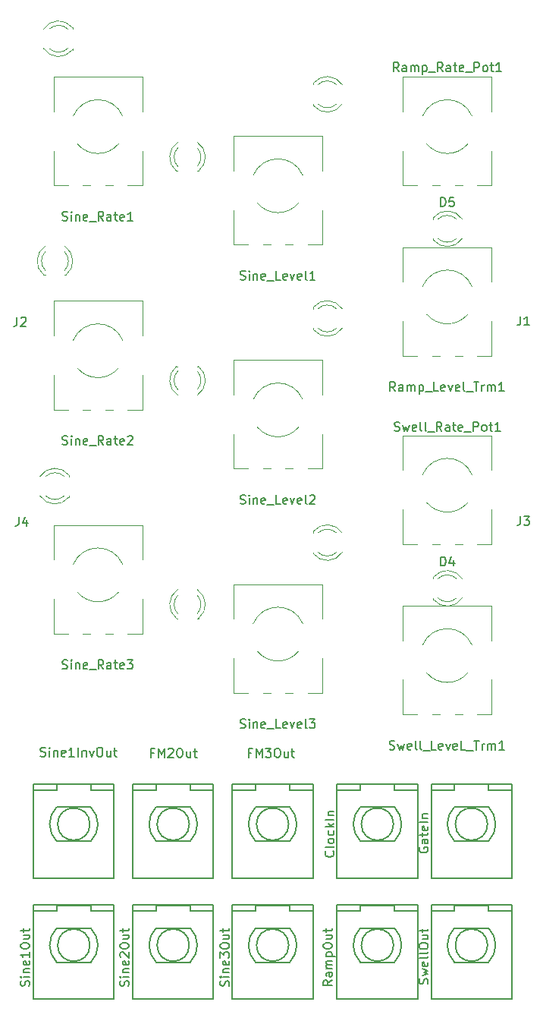
<source format=gbr>
%TF.GenerationSoftware,KiCad,Pcbnew,8.0.3*%
%TF.CreationDate,2024-06-18T16:29:27+01:00*%
%TF.ProjectId,Sinosaur_Controls,53696e6f-7361-4757-925f-436f6e74726f,rev?*%
%TF.SameCoordinates,Original*%
%TF.FileFunction,Legend,Top*%
%TF.FilePolarity,Positive*%
%FSLAX46Y46*%
G04 Gerber Fmt 4.6, Leading zero omitted, Abs format (unit mm)*
G04 Created by KiCad (PCBNEW 8.0.3) date 2024-06-18 16:29:27*
%MOMM*%
%LPD*%
G01*
G04 APERTURE LIST*
%ADD10C,0.150000*%
%ADD11C,0.120000*%
G04 APERTURE END LIST*
D10*
X101466666Y-83454819D02*
X101466666Y-84169104D01*
X101466666Y-84169104D02*
X101419047Y-84311961D01*
X101419047Y-84311961D02*
X101323809Y-84407200D01*
X101323809Y-84407200D02*
X101180952Y-84454819D01*
X101180952Y-84454819D02*
X101085714Y-84454819D01*
X101895238Y-83550057D02*
X101942857Y-83502438D01*
X101942857Y-83502438D02*
X102038095Y-83454819D01*
X102038095Y-83454819D02*
X102276190Y-83454819D01*
X102276190Y-83454819D02*
X102371428Y-83502438D01*
X102371428Y-83502438D02*
X102419047Y-83550057D01*
X102419047Y-83550057D02*
X102466666Y-83645295D01*
X102466666Y-83645295D02*
X102466666Y-83740533D01*
X102466666Y-83740533D02*
X102419047Y-83883390D01*
X102419047Y-83883390D02*
X101847619Y-84454819D01*
X101847619Y-84454819D02*
X102466666Y-84454819D01*
X157666666Y-83354819D02*
X157666666Y-84069104D01*
X157666666Y-84069104D02*
X157619047Y-84211961D01*
X157619047Y-84211961D02*
X157523809Y-84307200D01*
X157523809Y-84307200D02*
X157380952Y-84354819D01*
X157380952Y-84354819D02*
X157285714Y-84354819D01*
X158666666Y-84354819D02*
X158095238Y-84354819D01*
X158380952Y-84354819D02*
X158380952Y-83354819D01*
X158380952Y-83354819D02*
X158285714Y-83497676D01*
X158285714Y-83497676D02*
X158190476Y-83592914D01*
X158190476Y-83592914D02*
X158095238Y-83640533D01*
X157666666Y-105654819D02*
X157666666Y-106369104D01*
X157666666Y-106369104D02*
X157619047Y-106511961D01*
X157619047Y-106511961D02*
X157523809Y-106607200D01*
X157523809Y-106607200D02*
X157380952Y-106654819D01*
X157380952Y-106654819D02*
X157285714Y-106654819D01*
X158047619Y-105654819D02*
X158666666Y-105654819D01*
X158666666Y-105654819D02*
X158333333Y-106035771D01*
X158333333Y-106035771D02*
X158476190Y-106035771D01*
X158476190Y-106035771D02*
X158571428Y-106083390D01*
X158571428Y-106083390D02*
X158619047Y-106131009D01*
X158619047Y-106131009D02*
X158666666Y-106226247D01*
X158666666Y-106226247D02*
X158666666Y-106464342D01*
X158666666Y-106464342D02*
X158619047Y-106559580D01*
X158619047Y-106559580D02*
X158571428Y-106607200D01*
X158571428Y-106607200D02*
X158476190Y-106654819D01*
X158476190Y-106654819D02*
X158190476Y-106654819D01*
X158190476Y-106654819D02*
X158095238Y-106607200D01*
X158095238Y-106607200D02*
X158047619Y-106559580D01*
X101666666Y-105754819D02*
X101666666Y-106469104D01*
X101666666Y-106469104D02*
X101619047Y-106611961D01*
X101619047Y-106611961D02*
X101523809Y-106707200D01*
X101523809Y-106707200D02*
X101380952Y-106754819D01*
X101380952Y-106754819D02*
X101285714Y-106754819D01*
X102571428Y-106088152D02*
X102571428Y-106754819D01*
X102333333Y-105707200D02*
X102095238Y-106421485D01*
X102095238Y-106421485D02*
X102714285Y-106421485D01*
X144095237Y-56054819D02*
X143761904Y-55578628D01*
X143523809Y-56054819D02*
X143523809Y-55054819D01*
X143523809Y-55054819D02*
X143904761Y-55054819D01*
X143904761Y-55054819D02*
X143999999Y-55102438D01*
X143999999Y-55102438D02*
X144047618Y-55150057D01*
X144047618Y-55150057D02*
X144095237Y-55245295D01*
X144095237Y-55245295D02*
X144095237Y-55388152D01*
X144095237Y-55388152D02*
X144047618Y-55483390D01*
X144047618Y-55483390D02*
X143999999Y-55531009D01*
X143999999Y-55531009D02*
X143904761Y-55578628D01*
X143904761Y-55578628D02*
X143523809Y-55578628D01*
X144952380Y-56054819D02*
X144952380Y-55531009D01*
X144952380Y-55531009D02*
X144904761Y-55435771D01*
X144904761Y-55435771D02*
X144809523Y-55388152D01*
X144809523Y-55388152D02*
X144619047Y-55388152D01*
X144619047Y-55388152D02*
X144523809Y-55435771D01*
X144952380Y-56007200D02*
X144857142Y-56054819D01*
X144857142Y-56054819D02*
X144619047Y-56054819D01*
X144619047Y-56054819D02*
X144523809Y-56007200D01*
X144523809Y-56007200D02*
X144476190Y-55911961D01*
X144476190Y-55911961D02*
X144476190Y-55816723D01*
X144476190Y-55816723D02*
X144523809Y-55721485D01*
X144523809Y-55721485D02*
X144619047Y-55673866D01*
X144619047Y-55673866D02*
X144857142Y-55673866D01*
X144857142Y-55673866D02*
X144952380Y-55626247D01*
X145428571Y-56054819D02*
X145428571Y-55388152D01*
X145428571Y-55483390D02*
X145476190Y-55435771D01*
X145476190Y-55435771D02*
X145571428Y-55388152D01*
X145571428Y-55388152D02*
X145714285Y-55388152D01*
X145714285Y-55388152D02*
X145809523Y-55435771D01*
X145809523Y-55435771D02*
X145857142Y-55531009D01*
X145857142Y-55531009D02*
X145857142Y-56054819D01*
X145857142Y-55531009D02*
X145904761Y-55435771D01*
X145904761Y-55435771D02*
X145999999Y-55388152D01*
X145999999Y-55388152D02*
X146142856Y-55388152D01*
X146142856Y-55388152D02*
X146238095Y-55435771D01*
X146238095Y-55435771D02*
X146285714Y-55531009D01*
X146285714Y-55531009D02*
X146285714Y-56054819D01*
X146761904Y-55388152D02*
X146761904Y-56388152D01*
X146761904Y-55435771D02*
X146857142Y-55388152D01*
X146857142Y-55388152D02*
X147047618Y-55388152D01*
X147047618Y-55388152D02*
X147142856Y-55435771D01*
X147142856Y-55435771D02*
X147190475Y-55483390D01*
X147190475Y-55483390D02*
X147238094Y-55578628D01*
X147238094Y-55578628D02*
X147238094Y-55864342D01*
X147238094Y-55864342D02*
X147190475Y-55959580D01*
X147190475Y-55959580D02*
X147142856Y-56007200D01*
X147142856Y-56007200D02*
X147047618Y-56054819D01*
X147047618Y-56054819D02*
X146857142Y-56054819D01*
X146857142Y-56054819D02*
X146761904Y-56007200D01*
X147428571Y-56150057D02*
X148190475Y-56150057D01*
X148999999Y-56054819D02*
X148666666Y-55578628D01*
X148428571Y-56054819D02*
X148428571Y-55054819D01*
X148428571Y-55054819D02*
X148809523Y-55054819D01*
X148809523Y-55054819D02*
X148904761Y-55102438D01*
X148904761Y-55102438D02*
X148952380Y-55150057D01*
X148952380Y-55150057D02*
X148999999Y-55245295D01*
X148999999Y-55245295D02*
X148999999Y-55388152D01*
X148999999Y-55388152D02*
X148952380Y-55483390D01*
X148952380Y-55483390D02*
X148904761Y-55531009D01*
X148904761Y-55531009D02*
X148809523Y-55578628D01*
X148809523Y-55578628D02*
X148428571Y-55578628D01*
X149857142Y-56054819D02*
X149857142Y-55531009D01*
X149857142Y-55531009D02*
X149809523Y-55435771D01*
X149809523Y-55435771D02*
X149714285Y-55388152D01*
X149714285Y-55388152D02*
X149523809Y-55388152D01*
X149523809Y-55388152D02*
X149428571Y-55435771D01*
X149857142Y-56007200D02*
X149761904Y-56054819D01*
X149761904Y-56054819D02*
X149523809Y-56054819D01*
X149523809Y-56054819D02*
X149428571Y-56007200D01*
X149428571Y-56007200D02*
X149380952Y-55911961D01*
X149380952Y-55911961D02*
X149380952Y-55816723D01*
X149380952Y-55816723D02*
X149428571Y-55721485D01*
X149428571Y-55721485D02*
X149523809Y-55673866D01*
X149523809Y-55673866D02*
X149761904Y-55673866D01*
X149761904Y-55673866D02*
X149857142Y-55626247D01*
X150190476Y-55388152D02*
X150571428Y-55388152D01*
X150333333Y-55054819D02*
X150333333Y-55911961D01*
X150333333Y-55911961D02*
X150380952Y-56007200D01*
X150380952Y-56007200D02*
X150476190Y-56054819D01*
X150476190Y-56054819D02*
X150571428Y-56054819D01*
X151285714Y-56007200D02*
X151190476Y-56054819D01*
X151190476Y-56054819D02*
X151000000Y-56054819D01*
X151000000Y-56054819D02*
X150904762Y-56007200D01*
X150904762Y-56007200D02*
X150857143Y-55911961D01*
X150857143Y-55911961D02*
X150857143Y-55531009D01*
X150857143Y-55531009D02*
X150904762Y-55435771D01*
X150904762Y-55435771D02*
X151000000Y-55388152D01*
X151000000Y-55388152D02*
X151190476Y-55388152D01*
X151190476Y-55388152D02*
X151285714Y-55435771D01*
X151285714Y-55435771D02*
X151333333Y-55531009D01*
X151333333Y-55531009D02*
X151333333Y-55626247D01*
X151333333Y-55626247D02*
X150857143Y-55721485D01*
X151523810Y-56150057D02*
X152285714Y-56150057D01*
X152523810Y-56054819D02*
X152523810Y-55054819D01*
X152523810Y-55054819D02*
X152904762Y-55054819D01*
X152904762Y-55054819D02*
X153000000Y-55102438D01*
X153000000Y-55102438D02*
X153047619Y-55150057D01*
X153047619Y-55150057D02*
X153095238Y-55245295D01*
X153095238Y-55245295D02*
X153095238Y-55388152D01*
X153095238Y-55388152D02*
X153047619Y-55483390D01*
X153047619Y-55483390D02*
X153000000Y-55531009D01*
X153000000Y-55531009D02*
X152904762Y-55578628D01*
X152904762Y-55578628D02*
X152523810Y-55578628D01*
X153666667Y-56054819D02*
X153571429Y-56007200D01*
X153571429Y-56007200D02*
X153523810Y-55959580D01*
X153523810Y-55959580D02*
X153476191Y-55864342D01*
X153476191Y-55864342D02*
X153476191Y-55578628D01*
X153476191Y-55578628D02*
X153523810Y-55483390D01*
X153523810Y-55483390D02*
X153571429Y-55435771D01*
X153571429Y-55435771D02*
X153666667Y-55388152D01*
X153666667Y-55388152D02*
X153809524Y-55388152D01*
X153809524Y-55388152D02*
X153904762Y-55435771D01*
X153904762Y-55435771D02*
X153952381Y-55483390D01*
X153952381Y-55483390D02*
X154000000Y-55578628D01*
X154000000Y-55578628D02*
X154000000Y-55864342D01*
X154000000Y-55864342D02*
X153952381Y-55959580D01*
X153952381Y-55959580D02*
X153904762Y-56007200D01*
X153904762Y-56007200D02*
X153809524Y-56054819D01*
X153809524Y-56054819D02*
X153666667Y-56054819D01*
X154285715Y-55388152D02*
X154666667Y-55388152D01*
X154428572Y-55054819D02*
X154428572Y-55911961D01*
X154428572Y-55911961D02*
X154476191Y-56007200D01*
X154476191Y-56007200D02*
X154571429Y-56054819D01*
X154571429Y-56054819D02*
X154666667Y-56054819D01*
X155523810Y-56054819D02*
X154952382Y-56054819D01*
X155238096Y-56054819D02*
X155238096Y-55054819D01*
X155238096Y-55054819D02*
X155142858Y-55197676D01*
X155142858Y-55197676D02*
X155047620Y-55292914D01*
X155047620Y-55292914D02*
X154952382Y-55340533D01*
X126393333Y-129247200D02*
X126536190Y-129294819D01*
X126536190Y-129294819D02*
X126774285Y-129294819D01*
X126774285Y-129294819D02*
X126869523Y-129247200D01*
X126869523Y-129247200D02*
X126917142Y-129199580D01*
X126917142Y-129199580D02*
X126964761Y-129104342D01*
X126964761Y-129104342D02*
X126964761Y-129009104D01*
X126964761Y-129009104D02*
X126917142Y-128913866D01*
X126917142Y-128913866D02*
X126869523Y-128866247D01*
X126869523Y-128866247D02*
X126774285Y-128818628D01*
X126774285Y-128818628D02*
X126583809Y-128771009D01*
X126583809Y-128771009D02*
X126488571Y-128723390D01*
X126488571Y-128723390D02*
X126440952Y-128675771D01*
X126440952Y-128675771D02*
X126393333Y-128580533D01*
X126393333Y-128580533D02*
X126393333Y-128485295D01*
X126393333Y-128485295D02*
X126440952Y-128390057D01*
X126440952Y-128390057D02*
X126488571Y-128342438D01*
X126488571Y-128342438D02*
X126583809Y-128294819D01*
X126583809Y-128294819D02*
X126821904Y-128294819D01*
X126821904Y-128294819D02*
X126964761Y-128342438D01*
X127393333Y-129294819D02*
X127393333Y-128628152D01*
X127393333Y-128294819D02*
X127345714Y-128342438D01*
X127345714Y-128342438D02*
X127393333Y-128390057D01*
X127393333Y-128390057D02*
X127440952Y-128342438D01*
X127440952Y-128342438D02*
X127393333Y-128294819D01*
X127393333Y-128294819D02*
X127393333Y-128390057D01*
X127869523Y-128628152D02*
X127869523Y-129294819D01*
X127869523Y-128723390D02*
X127917142Y-128675771D01*
X127917142Y-128675771D02*
X128012380Y-128628152D01*
X128012380Y-128628152D02*
X128155237Y-128628152D01*
X128155237Y-128628152D02*
X128250475Y-128675771D01*
X128250475Y-128675771D02*
X128298094Y-128771009D01*
X128298094Y-128771009D02*
X128298094Y-129294819D01*
X129155237Y-129247200D02*
X129059999Y-129294819D01*
X129059999Y-129294819D02*
X128869523Y-129294819D01*
X128869523Y-129294819D02*
X128774285Y-129247200D01*
X128774285Y-129247200D02*
X128726666Y-129151961D01*
X128726666Y-129151961D02*
X128726666Y-128771009D01*
X128726666Y-128771009D02*
X128774285Y-128675771D01*
X128774285Y-128675771D02*
X128869523Y-128628152D01*
X128869523Y-128628152D02*
X129059999Y-128628152D01*
X129059999Y-128628152D02*
X129155237Y-128675771D01*
X129155237Y-128675771D02*
X129202856Y-128771009D01*
X129202856Y-128771009D02*
X129202856Y-128866247D01*
X129202856Y-128866247D02*
X128726666Y-128961485D01*
X129393333Y-129390057D02*
X130155237Y-129390057D01*
X130869523Y-129294819D02*
X130393333Y-129294819D01*
X130393333Y-129294819D02*
X130393333Y-128294819D01*
X131583809Y-129247200D02*
X131488571Y-129294819D01*
X131488571Y-129294819D02*
X131298095Y-129294819D01*
X131298095Y-129294819D02*
X131202857Y-129247200D01*
X131202857Y-129247200D02*
X131155238Y-129151961D01*
X131155238Y-129151961D02*
X131155238Y-128771009D01*
X131155238Y-128771009D02*
X131202857Y-128675771D01*
X131202857Y-128675771D02*
X131298095Y-128628152D01*
X131298095Y-128628152D02*
X131488571Y-128628152D01*
X131488571Y-128628152D02*
X131583809Y-128675771D01*
X131583809Y-128675771D02*
X131631428Y-128771009D01*
X131631428Y-128771009D02*
X131631428Y-128866247D01*
X131631428Y-128866247D02*
X131155238Y-128961485D01*
X131964762Y-128628152D02*
X132202857Y-129294819D01*
X132202857Y-129294819D02*
X132440952Y-128628152D01*
X133202857Y-129247200D02*
X133107619Y-129294819D01*
X133107619Y-129294819D02*
X132917143Y-129294819D01*
X132917143Y-129294819D02*
X132821905Y-129247200D01*
X132821905Y-129247200D02*
X132774286Y-129151961D01*
X132774286Y-129151961D02*
X132774286Y-128771009D01*
X132774286Y-128771009D02*
X132821905Y-128675771D01*
X132821905Y-128675771D02*
X132917143Y-128628152D01*
X132917143Y-128628152D02*
X133107619Y-128628152D01*
X133107619Y-128628152D02*
X133202857Y-128675771D01*
X133202857Y-128675771D02*
X133250476Y-128771009D01*
X133250476Y-128771009D02*
X133250476Y-128866247D01*
X133250476Y-128866247D02*
X132774286Y-128961485D01*
X133821905Y-129294819D02*
X133726667Y-129247200D01*
X133726667Y-129247200D02*
X133679048Y-129151961D01*
X133679048Y-129151961D02*
X133679048Y-128294819D01*
X134107620Y-128294819D02*
X134726667Y-128294819D01*
X134726667Y-128294819D02*
X134393334Y-128675771D01*
X134393334Y-128675771D02*
X134536191Y-128675771D01*
X134536191Y-128675771D02*
X134631429Y-128723390D01*
X134631429Y-128723390D02*
X134679048Y-128771009D01*
X134679048Y-128771009D02*
X134726667Y-128866247D01*
X134726667Y-128866247D02*
X134726667Y-129104342D01*
X134726667Y-129104342D02*
X134679048Y-129199580D01*
X134679048Y-129199580D02*
X134631429Y-129247200D01*
X134631429Y-129247200D02*
X134536191Y-129294819D01*
X134536191Y-129294819D02*
X134250477Y-129294819D01*
X134250477Y-129294819D02*
X134155239Y-129247200D01*
X134155239Y-129247200D02*
X134107620Y-129199580D01*
X143595237Y-96107200D02*
X143738094Y-96154819D01*
X143738094Y-96154819D02*
X143976189Y-96154819D01*
X143976189Y-96154819D02*
X144071427Y-96107200D01*
X144071427Y-96107200D02*
X144119046Y-96059580D01*
X144119046Y-96059580D02*
X144166665Y-95964342D01*
X144166665Y-95964342D02*
X144166665Y-95869104D01*
X144166665Y-95869104D02*
X144119046Y-95773866D01*
X144119046Y-95773866D02*
X144071427Y-95726247D01*
X144071427Y-95726247D02*
X143976189Y-95678628D01*
X143976189Y-95678628D02*
X143785713Y-95631009D01*
X143785713Y-95631009D02*
X143690475Y-95583390D01*
X143690475Y-95583390D02*
X143642856Y-95535771D01*
X143642856Y-95535771D02*
X143595237Y-95440533D01*
X143595237Y-95440533D02*
X143595237Y-95345295D01*
X143595237Y-95345295D02*
X143642856Y-95250057D01*
X143642856Y-95250057D02*
X143690475Y-95202438D01*
X143690475Y-95202438D02*
X143785713Y-95154819D01*
X143785713Y-95154819D02*
X144023808Y-95154819D01*
X144023808Y-95154819D02*
X144166665Y-95202438D01*
X144499999Y-95488152D02*
X144690475Y-96154819D01*
X144690475Y-96154819D02*
X144880951Y-95678628D01*
X144880951Y-95678628D02*
X145071427Y-96154819D01*
X145071427Y-96154819D02*
X145261903Y-95488152D01*
X146023808Y-96107200D02*
X145928570Y-96154819D01*
X145928570Y-96154819D02*
X145738094Y-96154819D01*
X145738094Y-96154819D02*
X145642856Y-96107200D01*
X145642856Y-96107200D02*
X145595237Y-96011961D01*
X145595237Y-96011961D02*
X145595237Y-95631009D01*
X145595237Y-95631009D02*
X145642856Y-95535771D01*
X145642856Y-95535771D02*
X145738094Y-95488152D01*
X145738094Y-95488152D02*
X145928570Y-95488152D01*
X145928570Y-95488152D02*
X146023808Y-95535771D01*
X146023808Y-95535771D02*
X146071427Y-95631009D01*
X146071427Y-95631009D02*
X146071427Y-95726247D01*
X146071427Y-95726247D02*
X145595237Y-95821485D01*
X146642856Y-96154819D02*
X146547618Y-96107200D01*
X146547618Y-96107200D02*
X146499999Y-96011961D01*
X146499999Y-96011961D02*
X146499999Y-95154819D01*
X147166666Y-96154819D02*
X147071428Y-96107200D01*
X147071428Y-96107200D02*
X147023809Y-96011961D01*
X147023809Y-96011961D02*
X147023809Y-95154819D01*
X147309524Y-96250057D02*
X148071428Y-96250057D01*
X148880952Y-96154819D02*
X148547619Y-95678628D01*
X148309524Y-96154819D02*
X148309524Y-95154819D01*
X148309524Y-95154819D02*
X148690476Y-95154819D01*
X148690476Y-95154819D02*
X148785714Y-95202438D01*
X148785714Y-95202438D02*
X148833333Y-95250057D01*
X148833333Y-95250057D02*
X148880952Y-95345295D01*
X148880952Y-95345295D02*
X148880952Y-95488152D01*
X148880952Y-95488152D02*
X148833333Y-95583390D01*
X148833333Y-95583390D02*
X148785714Y-95631009D01*
X148785714Y-95631009D02*
X148690476Y-95678628D01*
X148690476Y-95678628D02*
X148309524Y-95678628D01*
X149738095Y-96154819D02*
X149738095Y-95631009D01*
X149738095Y-95631009D02*
X149690476Y-95535771D01*
X149690476Y-95535771D02*
X149595238Y-95488152D01*
X149595238Y-95488152D02*
X149404762Y-95488152D01*
X149404762Y-95488152D02*
X149309524Y-95535771D01*
X149738095Y-96107200D02*
X149642857Y-96154819D01*
X149642857Y-96154819D02*
X149404762Y-96154819D01*
X149404762Y-96154819D02*
X149309524Y-96107200D01*
X149309524Y-96107200D02*
X149261905Y-96011961D01*
X149261905Y-96011961D02*
X149261905Y-95916723D01*
X149261905Y-95916723D02*
X149309524Y-95821485D01*
X149309524Y-95821485D02*
X149404762Y-95773866D01*
X149404762Y-95773866D02*
X149642857Y-95773866D01*
X149642857Y-95773866D02*
X149738095Y-95726247D01*
X150071429Y-95488152D02*
X150452381Y-95488152D01*
X150214286Y-95154819D02*
X150214286Y-96011961D01*
X150214286Y-96011961D02*
X150261905Y-96107200D01*
X150261905Y-96107200D02*
X150357143Y-96154819D01*
X150357143Y-96154819D02*
X150452381Y-96154819D01*
X151166667Y-96107200D02*
X151071429Y-96154819D01*
X151071429Y-96154819D02*
X150880953Y-96154819D01*
X150880953Y-96154819D02*
X150785715Y-96107200D01*
X150785715Y-96107200D02*
X150738096Y-96011961D01*
X150738096Y-96011961D02*
X150738096Y-95631009D01*
X150738096Y-95631009D02*
X150785715Y-95535771D01*
X150785715Y-95535771D02*
X150880953Y-95488152D01*
X150880953Y-95488152D02*
X151071429Y-95488152D01*
X151071429Y-95488152D02*
X151166667Y-95535771D01*
X151166667Y-95535771D02*
X151214286Y-95631009D01*
X151214286Y-95631009D02*
X151214286Y-95726247D01*
X151214286Y-95726247D02*
X150738096Y-95821485D01*
X151404763Y-96250057D02*
X152166667Y-96250057D01*
X152404763Y-96154819D02*
X152404763Y-95154819D01*
X152404763Y-95154819D02*
X152785715Y-95154819D01*
X152785715Y-95154819D02*
X152880953Y-95202438D01*
X152880953Y-95202438D02*
X152928572Y-95250057D01*
X152928572Y-95250057D02*
X152976191Y-95345295D01*
X152976191Y-95345295D02*
X152976191Y-95488152D01*
X152976191Y-95488152D02*
X152928572Y-95583390D01*
X152928572Y-95583390D02*
X152880953Y-95631009D01*
X152880953Y-95631009D02*
X152785715Y-95678628D01*
X152785715Y-95678628D02*
X152404763Y-95678628D01*
X153547620Y-96154819D02*
X153452382Y-96107200D01*
X153452382Y-96107200D02*
X153404763Y-96059580D01*
X153404763Y-96059580D02*
X153357144Y-95964342D01*
X153357144Y-95964342D02*
X153357144Y-95678628D01*
X153357144Y-95678628D02*
X153404763Y-95583390D01*
X153404763Y-95583390D02*
X153452382Y-95535771D01*
X153452382Y-95535771D02*
X153547620Y-95488152D01*
X153547620Y-95488152D02*
X153690477Y-95488152D01*
X153690477Y-95488152D02*
X153785715Y-95535771D01*
X153785715Y-95535771D02*
X153833334Y-95583390D01*
X153833334Y-95583390D02*
X153880953Y-95678628D01*
X153880953Y-95678628D02*
X153880953Y-95964342D01*
X153880953Y-95964342D02*
X153833334Y-96059580D01*
X153833334Y-96059580D02*
X153785715Y-96107200D01*
X153785715Y-96107200D02*
X153690477Y-96154819D01*
X153690477Y-96154819D02*
X153547620Y-96154819D01*
X154166668Y-95488152D02*
X154547620Y-95488152D01*
X154309525Y-95154819D02*
X154309525Y-96011961D01*
X154309525Y-96011961D02*
X154357144Y-96107200D01*
X154357144Y-96107200D02*
X154452382Y-96154819D01*
X154452382Y-96154819D02*
X154547620Y-96154819D01*
X155404763Y-96154819D02*
X154833335Y-96154819D01*
X155119049Y-96154819D02*
X155119049Y-95154819D01*
X155119049Y-95154819D02*
X155023811Y-95297676D01*
X155023811Y-95297676D02*
X154928573Y-95392914D01*
X154928573Y-95392914D02*
X154833335Y-95440533D01*
X126393333Y-79247200D02*
X126536190Y-79294819D01*
X126536190Y-79294819D02*
X126774285Y-79294819D01*
X126774285Y-79294819D02*
X126869523Y-79247200D01*
X126869523Y-79247200D02*
X126917142Y-79199580D01*
X126917142Y-79199580D02*
X126964761Y-79104342D01*
X126964761Y-79104342D02*
X126964761Y-79009104D01*
X126964761Y-79009104D02*
X126917142Y-78913866D01*
X126917142Y-78913866D02*
X126869523Y-78866247D01*
X126869523Y-78866247D02*
X126774285Y-78818628D01*
X126774285Y-78818628D02*
X126583809Y-78771009D01*
X126583809Y-78771009D02*
X126488571Y-78723390D01*
X126488571Y-78723390D02*
X126440952Y-78675771D01*
X126440952Y-78675771D02*
X126393333Y-78580533D01*
X126393333Y-78580533D02*
X126393333Y-78485295D01*
X126393333Y-78485295D02*
X126440952Y-78390057D01*
X126440952Y-78390057D02*
X126488571Y-78342438D01*
X126488571Y-78342438D02*
X126583809Y-78294819D01*
X126583809Y-78294819D02*
X126821904Y-78294819D01*
X126821904Y-78294819D02*
X126964761Y-78342438D01*
X127393333Y-79294819D02*
X127393333Y-78628152D01*
X127393333Y-78294819D02*
X127345714Y-78342438D01*
X127345714Y-78342438D02*
X127393333Y-78390057D01*
X127393333Y-78390057D02*
X127440952Y-78342438D01*
X127440952Y-78342438D02*
X127393333Y-78294819D01*
X127393333Y-78294819D02*
X127393333Y-78390057D01*
X127869523Y-78628152D02*
X127869523Y-79294819D01*
X127869523Y-78723390D02*
X127917142Y-78675771D01*
X127917142Y-78675771D02*
X128012380Y-78628152D01*
X128012380Y-78628152D02*
X128155237Y-78628152D01*
X128155237Y-78628152D02*
X128250475Y-78675771D01*
X128250475Y-78675771D02*
X128298094Y-78771009D01*
X128298094Y-78771009D02*
X128298094Y-79294819D01*
X129155237Y-79247200D02*
X129059999Y-79294819D01*
X129059999Y-79294819D02*
X128869523Y-79294819D01*
X128869523Y-79294819D02*
X128774285Y-79247200D01*
X128774285Y-79247200D02*
X128726666Y-79151961D01*
X128726666Y-79151961D02*
X128726666Y-78771009D01*
X128726666Y-78771009D02*
X128774285Y-78675771D01*
X128774285Y-78675771D02*
X128869523Y-78628152D01*
X128869523Y-78628152D02*
X129059999Y-78628152D01*
X129059999Y-78628152D02*
X129155237Y-78675771D01*
X129155237Y-78675771D02*
X129202856Y-78771009D01*
X129202856Y-78771009D02*
X129202856Y-78866247D01*
X129202856Y-78866247D02*
X128726666Y-78961485D01*
X129393333Y-79390057D02*
X130155237Y-79390057D01*
X130869523Y-79294819D02*
X130393333Y-79294819D01*
X130393333Y-79294819D02*
X130393333Y-78294819D01*
X131583809Y-79247200D02*
X131488571Y-79294819D01*
X131488571Y-79294819D02*
X131298095Y-79294819D01*
X131298095Y-79294819D02*
X131202857Y-79247200D01*
X131202857Y-79247200D02*
X131155238Y-79151961D01*
X131155238Y-79151961D02*
X131155238Y-78771009D01*
X131155238Y-78771009D02*
X131202857Y-78675771D01*
X131202857Y-78675771D02*
X131298095Y-78628152D01*
X131298095Y-78628152D02*
X131488571Y-78628152D01*
X131488571Y-78628152D02*
X131583809Y-78675771D01*
X131583809Y-78675771D02*
X131631428Y-78771009D01*
X131631428Y-78771009D02*
X131631428Y-78866247D01*
X131631428Y-78866247D02*
X131155238Y-78961485D01*
X131964762Y-78628152D02*
X132202857Y-79294819D01*
X132202857Y-79294819D02*
X132440952Y-78628152D01*
X133202857Y-79247200D02*
X133107619Y-79294819D01*
X133107619Y-79294819D02*
X132917143Y-79294819D01*
X132917143Y-79294819D02*
X132821905Y-79247200D01*
X132821905Y-79247200D02*
X132774286Y-79151961D01*
X132774286Y-79151961D02*
X132774286Y-78771009D01*
X132774286Y-78771009D02*
X132821905Y-78675771D01*
X132821905Y-78675771D02*
X132917143Y-78628152D01*
X132917143Y-78628152D02*
X133107619Y-78628152D01*
X133107619Y-78628152D02*
X133202857Y-78675771D01*
X133202857Y-78675771D02*
X133250476Y-78771009D01*
X133250476Y-78771009D02*
X133250476Y-78866247D01*
X133250476Y-78866247D02*
X132774286Y-78961485D01*
X133821905Y-79294819D02*
X133726667Y-79247200D01*
X133726667Y-79247200D02*
X133679048Y-79151961D01*
X133679048Y-79151961D02*
X133679048Y-78294819D01*
X134726667Y-79294819D02*
X134155239Y-79294819D01*
X134440953Y-79294819D02*
X134440953Y-78294819D01*
X134440953Y-78294819D02*
X134345715Y-78437676D01*
X134345715Y-78437676D02*
X134250477Y-78532914D01*
X134250477Y-78532914D02*
X134155239Y-78580533D01*
X106531428Y-97647200D02*
X106674285Y-97694819D01*
X106674285Y-97694819D02*
X106912380Y-97694819D01*
X106912380Y-97694819D02*
X107007618Y-97647200D01*
X107007618Y-97647200D02*
X107055237Y-97599580D01*
X107055237Y-97599580D02*
X107102856Y-97504342D01*
X107102856Y-97504342D02*
X107102856Y-97409104D01*
X107102856Y-97409104D02*
X107055237Y-97313866D01*
X107055237Y-97313866D02*
X107007618Y-97266247D01*
X107007618Y-97266247D02*
X106912380Y-97218628D01*
X106912380Y-97218628D02*
X106721904Y-97171009D01*
X106721904Y-97171009D02*
X106626666Y-97123390D01*
X106626666Y-97123390D02*
X106579047Y-97075771D01*
X106579047Y-97075771D02*
X106531428Y-96980533D01*
X106531428Y-96980533D02*
X106531428Y-96885295D01*
X106531428Y-96885295D02*
X106579047Y-96790057D01*
X106579047Y-96790057D02*
X106626666Y-96742438D01*
X106626666Y-96742438D02*
X106721904Y-96694819D01*
X106721904Y-96694819D02*
X106959999Y-96694819D01*
X106959999Y-96694819D02*
X107102856Y-96742438D01*
X107531428Y-97694819D02*
X107531428Y-97028152D01*
X107531428Y-96694819D02*
X107483809Y-96742438D01*
X107483809Y-96742438D02*
X107531428Y-96790057D01*
X107531428Y-96790057D02*
X107579047Y-96742438D01*
X107579047Y-96742438D02*
X107531428Y-96694819D01*
X107531428Y-96694819D02*
X107531428Y-96790057D01*
X108007618Y-97028152D02*
X108007618Y-97694819D01*
X108007618Y-97123390D02*
X108055237Y-97075771D01*
X108055237Y-97075771D02*
X108150475Y-97028152D01*
X108150475Y-97028152D02*
X108293332Y-97028152D01*
X108293332Y-97028152D02*
X108388570Y-97075771D01*
X108388570Y-97075771D02*
X108436189Y-97171009D01*
X108436189Y-97171009D02*
X108436189Y-97694819D01*
X109293332Y-97647200D02*
X109198094Y-97694819D01*
X109198094Y-97694819D02*
X109007618Y-97694819D01*
X109007618Y-97694819D02*
X108912380Y-97647200D01*
X108912380Y-97647200D02*
X108864761Y-97551961D01*
X108864761Y-97551961D02*
X108864761Y-97171009D01*
X108864761Y-97171009D02*
X108912380Y-97075771D01*
X108912380Y-97075771D02*
X109007618Y-97028152D01*
X109007618Y-97028152D02*
X109198094Y-97028152D01*
X109198094Y-97028152D02*
X109293332Y-97075771D01*
X109293332Y-97075771D02*
X109340951Y-97171009D01*
X109340951Y-97171009D02*
X109340951Y-97266247D01*
X109340951Y-97266247D02*
X108864761Y-97361485D01*
X109531428Y-97790057D02*
X110293332Y-97790057D01*
X111102856Y-97694819D02*
X110769523Y-97218628D01*
X110531428Y-97694819D02*
X110531428Y-96694819D01*
X110531428Y-96694819D02*
X110912380Y-96694819D01*
X110912380Y-96694819D02*
X111007618Y-96742438D01*
X111007618Y-96742438D02*
X111055237Y-96790057D01*
X111055237Y-96790057D02*
X111102856Y-96885295D01*
X111102856Y-96885295D02*
X111102856Y-97028152D01*
X111102856Y-97028152D02*
X111055237Y-97123390D01*
X111055237Y-97123390D02*
X111007618Y-97171009D01*
X111007618Y-97171009D02*
X110912380Y-97218628D01*
X110912380Y-97218628D02*
X110531428Y-97218628D01*
X111959999Y-97694819D02*
X111959999Y-97171009D01*
X111959999Y-97171009D02*
X111912380Y-97075771D01*
X111912380Y-97075771D02*
X111817142Y-97028152D01*
X111817142Y-97028152D02*
X111626666Y-97028152D01*
X111626666Y-97028152D02*
X111531428Y-97075771D01*
X111959999Y-97647200D02*
X111864761Y-97694819D01*
X111864761Y-97694819D02*
X111626666Y-97694819D01*
X111626666Y-97694819D02*
X111531428Y-97647200D01*
X111531428Y-97647200D02*
X111483809Y-97551961D01*
X111483809Y-97551961D02*
X111483809Y-97456723D01*
X111483809Y-97456723D02*
X111531428Y-97361485D01*
X111531428Y-97361485D02*
X111626666Y-97313866D01*
X111626666Y-97313866D02*
X111864761Y-97313866D01*
X111864761Y-97313866D02*
X111959999Y-97266247D01*
X112293333Y-97028152D02*
X112674285Y-97028152D01*
X112436190Y-96694819D02*
X112436190Y-97551961D01*
X112436190Y-97551961D02*
X112483809Y-97647200D01*
X112483809Y-97647200D02*
X112579047Y-97694819D01*
X112579047Y-97694819D02*
X112674285Y-97694819D01*
X113388571Y-97647200D02*
X113293333Y-97694819D01*
X113293333Y-97694819D02*
X113102857Y-97694819D01*
X113102857Y-97694819D02*
X113007619Y-97647200D01*
X113007619Y-97647200D02*
X112960000Y-97551961D01*
X112960000Y-97551961D02*
X112960000Y-97171009D01*
X112960000Y-97171009D02*
X113007619Y-97075771D01*
X113007619Y-97075771D02*
X113102857Y-97028152D01*
X113102857Y-97028152D02*
X113293333Y-97028152D01*
X113293333Y-97028152D02*
X113388571Y-97075771D01*
X113388571Y-97075771D02*
X113436190Y-97171009D01*
X113436190Y-97171009D02*
X113436190Y-97266247D01*
X113436190Y-97266247D02*
X112960000Y-97361485D01*
X113817143Y-96790057D02*
X113864762Y-96742438D01*
X113864762Y-96742438D02*
X113960000Y-96694819D01*
X113960000Y-96694819D02*
X114198095Y-96694819D01*
X114198095Y-96694819D02*
X114293333Y-96742438D01*
X114293333Y-96742438D02*
X114340952Y-96790057D01*
X114340952Y-96790057D02*
X114388571Y-96885295D01*
X114388571Y-96885295D02*
X114388571Y-96980533D01*
X114388571Y-96980533D02*
X114340952Y-97123390D01*
X114340952Y-97123390D02*
X113769524Y-97694819D01*
X113769524Y-97694819D02*
X114388571Y-97694819D01*
X147307200Y-157823809D02*
X147354819Y-157680952D01*
X147354819Y-157680952D02*
X147354819Y-157442857D01*
X147354819Y-157442857D02*
X147307200Y-157347619D01*
X147307200Y-157347619D02*
X147259580Y-157300000D01*
X147259580Y-157300000D02*
X147164342Y-157252381D01*
X147164342Y-157252381D02*
X147069104Y-157252381D01*
X147069104Y-157252381D02*
X146973866Y-157300000D01*
X146973866Y-157300000D02*
X146926247Y-157347619D01*
X146926247Y-157347619D02*
X146878628Y-157442857D01*
X146878628Y-157442857D02*
X146831009Y-157633333D01*
X146831009Y-157633333D02*
X146783390Y-157728571D01*
X146783390Y-157728571D02*
X146735771Y-157776190D01*
X146735771Y-157776190D02*
X146640533Y-157823809D01*
X146640533Y-157823809D02*
X146545295Y-157823809D01*
X146545295Y-157823809D02*
X146450057Y-157776190D01*
X146450057Y-157776190D02*
X146402438Y-157728571D01*
X146402438Y-157728571D02*
X146354819Y-157633333D01*
X146354819Y-157633333D02*
X146354819Y-157395238D01*
X146354819Y-157395238D02*
X146402438Y-157252381D01*
X146688152Y-156919047D02*
X147354819Y-156728571D01*
X147354819Y-156728571D02*
X146878628Y-156538095D01*
X146878628Y-156538095D02*
X147354819Y-156347619D01*
X147354819Y-156347619D02*
X146688152Y-156157143D01*
X147307200Y-155395238D02*
X147354819Y-155490476D01*
X147354819Y-155490476D02*
X147354819Y-155680952D01*
X147354819Y-155680952D02*
X147307200Y-155776190D01*
X147307200Y-155776190D02*
X147211961Y-155823809D01*
X147211961Y-155823809D02*
X146831009Y-155823809D01*
X146831009Y-155823809D02*
X146735771Y-155776190D01*
X146735771Y-155776190D02*
X146688152Y-155680952D01*
X146688152Y-155680952D02*
X146688152Y-155490476D01*
X146688152Y-155490476D02*
X146735771Y-155395238D01*
X146735771Y-155395238D02*
X146831009Y-155347619D01*
X146831009Y-155347619D02*
X146926247Y-155347619D01*
X146926247Y-155347619D02*
X147021485Y-155823809D01*
X147354819Y-154776190D02*
X147307200Y-154871428D01*
X147307200Y-154871428D02*
X147211961Y-154919047D01*
X147211961Y-154919047D02*
X146354819Y-154919047D01*
X147354819Y-154252380D02*
X147307200Y-154347618D01*
X147307200Y-154347618D02*
X147211961Y-154395237D01*
X147211961Y-154395237D02*
X146354819Y-154395237D01*
X146354819Y-153680951D02*
X146354819Y-153490475D01*
X146354819Y-153490475D02*
X146402438Y-153395237D01*
X146402438Y-153395237D02*
X146497676Y-153299999D01*
X146497676Y-153299999D02*
X146688152Y-153252380D01*
X146688152Y-153252380D02*
X147021485Y-153252380D01*
X147021485Y-153252380D02*
X147211961Y-153299999D01*
X147211961Y-153299999D02*
X147307200Y-153395237D01*
X147307200Y-153395237D02*
X147354819Y-153490475D01*
X147354819Y-153490475D02*
X147354819Y-153680951D01*
X147354819Y-153680951D02*
X147307200Y-153776189D01*
X147307200Y-153776189D02*
X147211961Y-153871427D01*
X147211961Y-153871427D02*
X147021485Y-153919046D01*
X147021485Y-153919046D02*
X146688152Y-153919046D01*
X146688152Y-153919046D02*
X146497676Y-153871427D01*
X146497676Y-153871427D02*
X146402438Y-153776189D01*
X146402438Y-153776189D02*
X146354819Y-153680951D01*
X146688152Y-152395237D02*
X147354819Y-152395237D01*
X146688152Y-152823808D02*
X147211961Y-152823808D01*
X147211961Y-152823808D02*
X147307200Y-152776189D01*
X147307200Y-152776189D02*
X147354819Y-152680951D01*
X147354819Y-152680951D02*
X147354819Y-152538094D01*
X147354819Y-152538094D02*
X147307200Y-152442856D01*
X147307200Y-152442856D02*
X147259580Y-152395237D01*
X146688152Y-152061903D02*
X146688152Y-151680951D01*
X146354819Y-151919046D02*
X147211961Y-151919046D01*
X147211961Y-151919046D02*
X147307200Y-151871427D01*
X147307200Y-151871427D02*
X147354819Y-151776189D01*
X147354819Y-151776189D02*
X147354819Y-151680951D01*
X104085714Y-132407200D02*
X104228571Y-132454819D01*
X104228571Y-132454819D02*
X104466666Y-132454819D01*
X104466666Y-132454819D02*
X104561904Y-132407200D01*
X104561904Y-132407200D02*
X104609523Y-132359580D01*
X104609523Y-132359580D02*
X104657142Y-132264342D01*
X104657142Y-132264342D02*
X104657142Y-132169104D01*
X104657142Y-132169104D02*
X104609523Y-132073866D01*
X104609523Y-132073866D02*
X104561904Y-132026247D01*
X104561904Y-132026247D02*
X104466666Y-131978628D01*
X104466666Y-131978628D02*
X104276190Y-131931009D01*
X104276190Y-131931009D02*
X104180952Y-131883390D01*
X104180952Y-131883390D02*
X104133333Y-131835771D01*
X104133333Y-131835771D02*
X104085714Y-131740533D01*
X104085714Y-131740533D02*
X104085714Y-131645295D01*
X104085714Y-131645295D02*
X104133333Y-131550057D01*
X104133333Y-131550057D02*
X104180952Y-131502438D01*
X104180952Y-131502438D02*
X104276190Y-131454819D01*
X104276190Y-131454819D02*
X104514285Y-131454819D01*
X104514285Y-131454819D02*
X104657142Y-131502438D01*
X105085714Y-132454819D02*
X105085714Y-131788152D01*
X105085714Y-131454819D02*
X105038095Y-131502438D01*
X105038095Y-131502438D02*
X105085714Y-131550057D01*
X105085714Y-131550057D02*
X105133333Y-131502438D01*
X105133333Y-131502438D02*
X105085714Y-131454819D01*
X105085714Y-131454819D02*
X105085714Y-131550057D01*
X105561904Y-131788152D02*
X105561904Y-132454819D01*
X105561904Y-131883390D02*
X105609523Y-131835771D01*
X105609523Y-131835771D02*
X105704761Y-131788152D01*
X105704761Y-131788152D02*
X105847618Y-131788152D01*
X105847618Y-131788152D02*
X105942856Y-131835771D01*
X105942856Y-131835771D02*
X105990475Y-131931009D01*
X105990475Y-131931009D02*
X105990475Y-132454819D01*
X106847618Y-132407200D02*
X106752380Y-132454819D01*
X106752380Y-132454819D02*
X106561904Y-132454819D01*
X106561904Y-132454819D02*
X106466666Y-132407200D01*
X106466666Y-132407200D02*
X106419047Y-132311961D01*
X106419047Y-132311961D02*
X106419047Y-131931009D01*
X106419047Y-131931009D02*
X106466666Y-131835771D01*
X106466666Y-131835771D02*
X106561904Y-131788152D01*
X106561904Y-131788152D02*
X106752380Y-131788152D01*
X106752380Y-131788152D02*
X106847618Y-131835771D01*
X106847618Y-131835771D02*
X106895237Y-131931009D01*
X106895237Y-131931009D02*
X106895237Y-132026247D01*
X106895237Y-132026247D02*
X106419047Y-132121485D01*
X107847618Y-132454819D02*
X107276190Y-132454819D01*
X107561904Y-132454819D02*
X107561904Y-131454819D01*
X107561904Y-131454819D02*
X107466666Y-131597676D01*
X107466666Y-131597676D02*
X107371428Y-131692914D01*
X107371428Y-131692914D02*
X107276190Y-131740533D01*
X108276190Y-132454819D02*
X108276190Y-131454819D01*
X108752380Y-131788152D02*
X108752380Y-132454819D01*
X108752380Y-131883390D02*
X108799999Y-131835771D01*
X108799999Y-131835771D02*
X108895237Y-131788152D01*
X108895237Y-131788152D02*
X109038094Y-131788152D01*
X109038094Y-131788152D02*
X109133332Y-131835771D01*
X109133332Y-131835771D02*
X109180951Y-131931009D01*
X109180951Y-131931009D02*
X109180951Y-132454819D01*
X109561904Y-131788152D02*
X109799999Y-132454819D01*
X109799999Y-132454819D02*
X110038094Y-131788152D01*
X110609523Y-131454819D02*
X110799999Y-131454819D01*
X110799999Y-131454819D02*
X110895237Y-131502438D01*
X110895237Y-131502438D02*
X110990475Y-131597676D01*
X110990475Y-131597676D02*
X111038094Y-131788152D01*
X111038094Y-131788152D02*
X111038094Y-132121485D01*
X111038094Y-132121485D02*
X110990475Y-132311961D01*
X110990475Y-132311961D02*
X110895237Y-132407200D01*
X110895237Y-132407200D02*
X110799999Y-132454819D01*
X110799999Y-132454819D02*
X110609523Y-132454819D01*
X110609523Y-132454819D02*
X110514285Y-132407200D01*
X110514285Y-132407200D02*
X110419047Y-132311961D01*
X110419047Y-132311961D02*
X110371428Y-132121485D01*
X110371428Y-132121485D02*
X110371428Y-131788152D01*
X110371428Y-131788152D02*
X110419047Y-131597676D01*
X110419047Y-131597676D02*
X110514285Y-131502438D01*
X110514285Y-131502438D02*
X110609523Y-131454819D01*
X111895237Y-131788152D02*
X111895237Y-132454819D01*
X111466666Y-131788152D02*
X111466666Y-132311961D01*
X111466666Y-132311961D02*
X111514285Y-132407200D01*
X111514285Y-132407200D02*
X111609523Y-132454819D01*
X111609523Y-132454819D02*
X111752380Y-132454819D01*
X111752380Y-132454819D02*
X111847618Y-132407200D01*
X111847618Y-132407200D02*
X111895237Y-132359580D01*
X112228571Y-131788152D02*
X112609523Y-131788152D01*
X112371428Y-131454819D02*
X112371428Y-132311961D01*
X112371428Y-132311961D02*
X112419047Y-132407200D01*
X112419047Y-132407200D02*
X112514285Y-132454819D01*
X112514285Y-132454819D02*
X112609523Y-132454819D01*
X136759580Y-143028571D02*
X136807200Y-143076190D01*
X136807200Y-143076190D02*
X136854819Y-143219047D01*
X136854819Y-143219047D02*
X136854819Y-143314285D01*
X136854819Y-143314285D02*
X136807200Y-143457142D01*
X136807200Y-143457142D02*
X136711961Y-143552380D01*
X136711961Y-143552380D02*
X136616723Y-143599999D01*
X136616723Y-143599999D02*
X136426247Y-143647618D01*
X136426247Y-143647618D02*
X136283390Y-143647618D01*
X136283390Y-143647618D02*
X136092914Y-143599999D01*
X136092914Y-143599999D02*
X135997676Y-143552380D01*
X135997676Y-143552380D02*
X135902438Y-143457142D01*
X135902438Y-143457142D02*
X135854819Y-143314285D01*
X135854819Y-143314285D02*
X135854819Y-143219047D01*
X135854819Y-143219047D02*
X135902438Y-143076190D01*
X135902438Y-143076190D02*
X135950057Y-143028571D01*
X136854819Y-142457142D02*
X136807200Y-142552380D01*
X136807200Y-142552380D02*
X136711961Y-142599999D01*
X136711961Y-142599999D02*
X135854819Y-142599999D01*
X136854819Y-141933332D02*
X136807200Y-142028570D01*
X136807200Y-142028570D02*
X136759580Y-142076189D01*
X136759580Y-142076189D02*
X136664342Y-142123808D01*
X136664342Y-142123808D02*
X136378628Y-142123808D01*
X136378628Y-142123808D02*
X136283390Y-142076189D01*
X136283390Y-142076189D02*
X136235771Y-142028570D01*
X136235771Y-142028570D02*
X136188152Y-141933332D01*
X136188152Y-141933332D02*
X136188152Y-141790475D01*
X136188152Y-141790475D02*
X136235771Y-141695237D01*
X136235771Y-141695237D02*
X136283390Y-141647618D01*
X136283390Y-141647618D02*
X136378628Y-141599999D01*
X136378628Y-141599999D02*
X136664342Y-141599999D01*
X136664342Y-141599999D02*
X136759580Y-141647618D01*
X136759580Y-141647618D02*
X136807200Y-141695237D01*
X136807200Y-141695237D02*
X136854819Y-141790475D01*
X136854819Y-141790475D02*
X136854819Y-141933332D01*
X136807200Y-140742856D02*
X136854819Y-140838094D01*
X136854819Y-140838094D02*
X136854819Y-141028570D01*
X136854819Y-141028570D02*
X136807200Y-141123808D01*
X136807200Y-141123808D02*
X136759580Y-141171427D01*
X136759580Y-141171427D02*
X136664342Y-141219046D01*
X136664342Y-141219046D02*
X136378628Y-141219046D01*
X136378628Y-141219046D02*
X136283390Y-141171427D01*
X136283390Y-141171427D02*
X136235771Y-141123808D01*
X136235771Y-141123808D02*
X136188152Y-141028570D01*
X136188152Y-141028570D02*
X136188152Y-140838094D01*
X136188152Y-140838094D02*
X136235771Y-140742856D01*
X136854819Y-140314284D02*
X135854819Y-140314284D01*
X136473866Y-140219046D02*
X136854819Y-139933332D01*
X136188152Y-139933332D02*
X136569104Y-140314284D01*
X136854819Y-139504760D02*
X135854819Y-139504760D01*
X136188152Y-139028570D02*
X136854819Y-139028570D01*
X136283390Y-139028570D02*
X136235771Y-138980951D01*
X136235771Y-138980951D02*
X136188152Y-138885713D01*
X136188152Y-138885713D02*
X136188152Y-138742856D01*
X136188152Y-138742856D02*
X136235771Y-138647618D01*
X136235771Y-138647618D02*
X136331009Y-138599999D01*
X136331009Y-138599999D02*
X136854819Y-138599999D01*
X148761905Y-111194819D02*
X148761905Y-110194819D01*
X148761905Y-110194819D02*
X149000000Y-110194819D01*
X149000000Y-110194819D02*
X149142857Y-110242438D01*
X149142857Y-110242438D02*
X149238095Y-110337676D01*
X149238095Y-110337676D02*
X149285714Y-110432914D01*
X149285714Y-110432914D02*
X149333333Y-110623390D01*
X149333333Y-110623390D02*
X149333333Y-110766247D01*
X149333333Y-110766247D02*
X149285714Y-110956723D01*
X149285714Y-110956723D02*
X149238095Y-111051961D01*
X149238095Y-111051961D02*
X149142857Y-111147200D01*
X149142857Y-111147200D02*
X149000000Y-111194819D01*
X149000000Y-111194819D02*
X148761905Y-111194819D01*
X150190476Y-110528152D02*
X150190476Y-111194819D01*
X149952381Y-110147200D02*
X149714286Y-110861485D01*
X149714286Y-110861485D02*
X150333333Y-110861485D01*
X146402438Y-142595238D02*
X146354819Y-142690476D01*
X146354819Y-142690476D02*
X146354819Y-142833333D01*
X146354819Y-142833333D02*
X146402438Y-142976190D01*
X146402438Y-142976190D02*
X146497676Y-143071428D01*
X146497676Y-143071428D02*
X146592914Y-143119047D01*
X146592914Y-143119047D02*
X146783390Y-143166666D01*
X146783390Y-143166666D02*
X146926247Y-143166666D01*
X146926247Y-143166666D02*
X147116723Y-143119047D01*
X147116723Y-143119047D02*
X147211961Y-143071428D01*
X147211961Y-143071428D02*
X147307200Y-142976190D01*
X147307200Y-142976190D02*
X147354819Y-142833333D01*
X147354819Y-142833333D02*
X147354819Y-142738095D01*
X147354819Y-142738095D02*
X147307200Y-142595238D01*
X147307200Y-142595238D02*
X147259580Y-142547619D01*
X147259580Y-142547619D02*
X146926247Y-142547619D01*
X146926247Y-142547619D02*
X146926247Y-142738095D01*
X147354819Y-141690476D02*
X146831009Y-141690476D01*
X146831009Y-141690476D02*
X146735771Y-141738095D01*
X146735771Y-141738095D02*
X146688152Y-141833333D01*
X146688152Y-141833333D02*
X146688152Y-142023809D01*
X146688152Y-142023809D02*
X146735771Y-142119047D01*
X147307200Y-141690476D02*
X147354819Y-141785714D01*
X147354819Y-141785714D02*
X147354819Y-142023809D01*
X147354819Y-142023809D02*
X147307200Y-142119047D01*
X147307200Y-142119047D02*
X147211961Y-142166666D01*
X147211961Y-142166666D02*
X147116723Y-142166666D01*
X147116723Y-142166666D02*
X147021485Y-142119047D01*
X147021485Y-142119047D02*
X146973866Y-142023809D01*
X146973866Y-142023809D02*
X146973866Y-141785714D01*
X146973866Y-141785714D02*
X146926247Y-141690476D01*
X146688152Y-141357142D02*
X146688152Y-140976190D01*
X146354819Y-141214285D02*
X147211961Y-141214285D01*
X147211961Y-141214285D02*
X147307200Y-141166666D01*
X147307200Y-141166666D02*
X147354819Y-141071428D01*
X147354819Y-141071428D02*
X147354819Y-140976190D01*
X147307200Y-140261904D02*
X147354819Y-140357142D01*
X147354819Y-140357142D02*
X147354819Y-140547618D01*
X147354819Y-140547618D02*
X147307200Y-140642856D01*
X147307200Y-140642856D02*
X147211961Y-140690475D01*
X147211961Y-140690475D02*
X146831009Y-140690475D01*
X146831009Y-140690475D02*
X146735771Y-140642856D01*
X146735771Y-140642856D02*
X146688152Y-140547618D01*
X146688152Y-140547618D02*
X146688152Y-140357142D01*
X146688152Y-140357142D02*
X146735771Y-140261904D01*
X146735771Y-140261904D02*
X146831009Y-140214285D01*
X146831009Y-140214285D02*
X146926247Y-140214285D01*
X146926247Y-140214285D02*
X147021485Y-140690475D01*
X147354819Y-139785713D02*
X146354819Y-139785713D01*
X146688152Y-139309523D02*
X147354819Y-139309523D01*
X146783390Y-139309523D02*
X146735771Y-139261904D01*
X146735771Y-139261904D02*
X146688152Y-139166666D01*
X146688152Y-139166666D02*
X146688152Y-139023809D01*
X146688152Y-139023809D02*
X146735771Y-138928571D01*
X146735771Y-138928571D02*
X146831009Y-138880952D01*
X146831009Y-138880952D02*
X147354819Y-138880952D01*
X113907200Y-158042856D02*
X113954819Y-157899999D01*
X113954819Y-157899999D02*
X113954819Y-157661904D01*
X113954819Y-157661904D02*
X113907200Y-157566666D01*
X113907200Y-157566666D02*
X113859580Y-157519047D01*
X113859580Y-157519047D02*
X113764342Y-157471428D01*
X113764342Y-157471428D02*
X113669104Y-157471428D01*
X113669104Y-157471428D02*
X113573866Y-157519047D01*
X113573866Y-157519047D02*
X113526247Y-157566666D01*
X113526247Y-157566666D02*
X113478628Y-157661904D01*
X113478628Y-157661904D02*
X113431009Y-157852380D01*
X113431009Y-157852380D02*
X113383390Y-157947618D01*
X113383390Y-157947618D02*
X113335771Y-157995237D01*
X113335771Y-157995237D02*
X113240533Y-158042856D01*
X113240533Y-158042856D02*
X113145295Y-158042856D01*
X113145295Y-158042856D02*
X113050057Y-157995237D01*
X113050057Y-157995237D02*
X113002438Y-157947618D01*
X113002438Y-157947618D02*
X112954819Y-157852380D01*
X112954819Y-157852380D02*
X112954819Y-157614285D01*
X112954819Y-157614285D02*
X113002438Y-157471428D01*
X113954819Y-157042856D02*
X113288152Y-157042856D01*
X112954819Y-157042856D02*
X113002438Y-157090475D01*
X113002438Y-157090475D02*
X113050057Y-157042856D01*
X113050057Y-157042856D02*
X113002438Y-156995237D01*
X113002438Y-156995237D02*
X112954819Y-157042856D01*
X112954819Y-157042856D02*
X113050057Y-157042856D01*
X113288152Y-156566666D02*
X113954819Y-156566666D01*
X113383390Y-156566666D02*
X113335771Y-156519047D01*
X113335771Y-156519047D02*
X113288152Y-156423809D01*
X113288152Y-156423809D02*
X113288152Y-156280952D01*
X113288152Y-156280952D02*
X113335771Y-156185714D01*
X113335771Y-156185714D02*
X113431009Y-156138095D01*
X113431009Y-156138095D02*
X113954819Y-156138095D01*
X113907200Y-155280952D02*
X113954819Y-155376190D01*
X113954819Y-155376190D02*
X113954819Y-155566666D01*
X113954819Y-155566666D02*
X113907200Y-155661904D01*
X113907200Y-155661904D02*
X113811961Y-155709523D01*
X113811961Y-155709523D02*
X113431009Y-155709523D01*
X113431009Y-155709523D02*
X113335771Y-155661904D01*
X113335771Y-155661904D02*
X113288152Y-155566666D01*
X113288152Y-155566666D02*
X113288152Y-155376190D01*
X113288152Y-155376190D02*
X113335771Y-155280952D01*
X113335771Y-155280952D02*
X113431009Y-155233333D01*
X113431009Y-155233333D02*
X113526247Y-155233333D01*
X113526247Y-155233333D02*
X113621485Y-155709523D01*
X113050057Y-154852380D02*
X113002438Y-154804761D01*
X113002438Y-154804761D02*
X112954819Y-154709523D01*
X112954819Y-154709523D02*
X112954819Y-154471428D01*
X112954819Y-154471428D02*
X113002438Y-154376190D01*
X113002438Y-154376190D02*
X113050057Y-154328571D01*
X113050057Y-154328571D02*
X113145295Y-154280952D01*
X113145295Y-154280952D02*
X113240533Y-154280952D01*
X113240533Y-154280952D02*
X113383390Y-154328571D01*
X113383390Y-154328571D02*
X113954819Y-154899999D01*
X113954819Y-154899999D02*
X113954819Y-154280952D01*
X112954819Y-153661904D02*
X112954819Y-153471428D01*
X112954819Y-153471428D02*
X113002438Y-153376190D01*
X113002438Y-153376190D02*
X113097676Y-153280952D01*
X113097676Y-153280952D02*
X113288152Y-153233333D01*
X113288152Y-153233333D02*
X113621485Y-153233333D01*
X113621485Y-153233333D02*
X113811961Y-153280952D01*
X113811961Y-153280952D02*
X113907200Y-153376190D01*
X113907200Y-153376190D02*
X113954819Y-153471428D01*
X113954819Y-153471428D02*
X113954819Y-153661904D01*
X113954819Y-153661904D02*
X113907200Y-153757142D01*
X113907200Y-153757142D02*
X113811961Y-153852380D01*
X113811961Y-153852380D02*
X113621485Y-153899999D01*
X113621485Y-153899999D02*
X113288152Y-153899999D01*
X113288152Y-153899999D02*
X113097676Y-153852380D01*
X113097676Y-153852380D02*
X113002438Y-153757142D01*
X113002438Y-153757142D02*
X112954819Y-153661904D01*
X113288152Y-152376190D02*
X113954819Y-152376190D01*
X113288152Y-152804761D02*
X113811961Y-152804761D01*
X113811961Y-152804761D02*
X113907200Y-152757142D01*
X113907200Y-152757142D02*
X113954819Y-152661904D01*
X113954819Y-152661904D02*
X113954819Y-152519047D01*
X113954819Y-152519047D02*
X113907200Y-152423809D01*
X113907200Y-152423809D02*
X113859580Y-152376190D01*
X113288152Y-152042856D02*
X113288152Y-151661904D01*
X112954819Y-151899999D02*
X113811961Y-151899999D01*
X113811961Y-151899999D02*
X113907200Y-151852380D01*
X113907200Y-151852380D02*
X113954819Y-151757142D01*
X113954819Y-151757142D02*
X113954819Y-151661904D01*
X143698094Y-91694819D02*
X143364761Y-91218628D01*
X143126666Y-91694819D02*
X143126666Y-90694819D01*
X143126666Y-90694819D02*
X143507618Y-90694819D01*
X143507618Y-90694819D02*
X143602856Y-90742438D01*
X143602856Y-90742438D02*
X143650475Y-90790057D01*
X143650475Y-90790057D02*
X143698094Y-90885295D01*
X143698094Y-90885295D02*
X143698094Y-91028152D01*
X143698094Y-91028152D02*
X143650475Y-91123390D01*
X143650475Y-91123390D02*
X143602856Y-91171009D01*
X143602856Y-91171009D02*
X143507618Y-91218628D01*
X143507618Y-91218628D02*
X143126666Y-91218628D01*
X144555237Y-91694819D02*
X144555237Y-91171009D01*
X144555237Y-91171009D02*
X144507618Y-91075771D01*
X144507618Y-91075771D02*
X144412380Y-91028152D01*
X144412380Y-91028152D02*
X144221904Y-91028152D01*
X144221904Y-91028152D02*
X144126666Y-91075771D01*
X144555237Y-91647200D02*
X144459999Y-91694819D01*
X144459999Y-91694819D02*
X144221904Y-91694819D01*
X144221904Y-91694819D02*
X144126666Y-91647200D01*
X144126666Y-91647200D02*
X144079047Y-91551961D01*
X144079047Y-91551961D02*
X144079047Y-91456723D01*
X144079047Y-91456723D02*
X144126666Y-91361485D01*
X144126666Y-91361485D02*
X144221904Y-91313866D01*
X144221904Y-91313866D02*
X144459999Y-91313866D01*
X144459999Y-91313866D02*
X144555237Y-91266247D01*
X145031428Y-91694819D02*
X145031428Y-91028152D01*
X145031428Y-91123390D02*
X145079047Y-91075771D01*
X145079047Y-91075771D02*
X145174285Y-91028152D01*
X145174285Y-91028152D02*
X145317142Y-91028152D01*
X145317142Y-91028152D02*
X145412380Y-91075771D01*
X145412380Y-91075771D02*
X145459999Y-91171009D01*
X145459999Y-91171009D02*
X145459999Y-91694819D01*
X145459999Y-91171009D02*
X145507618Y-91075771D01*
X145507618Y-91075771D02*
X145602856Y-91028152D01*
X145602856Y-91028152D02*
X145745713Y-91028152D01*
X145745713Y-91028152D02*
X145840952Y-91075771D01*
X145840952Y-91075771D02*
X145888571Y-91171009D01*
X145888571Y-91171009D02*
X145888571Y-91694819D01*
X146364761Y-91028152D02*
X146364761Y-92028152D01*
X146364761Y-91075771D02*
X146459999Y-91028152D01*
X146459999Y-91028152D02*
X146650475Y-91028152D01*
X146650475Y-91028152D02*
X146745713Y-91075771D01*
X146745713Y-91075771D02*
X146793332Y-91123390D01*
X146793332Y-91123390D02*
X146840951Y-91218628D01*
X146840951Y-91218628D02*
X146840951Y-91504342D01*
X146840951Y-91504342D02*
X146793332Y-91599580D01*
X146793332Y-91599580D02*
X146745713Y-91647200D01*
X146745713Y-91647200D02*
X146650475Y-91694819D01*
X146650475Y-91694819D02*
X146459999Y-91694819D01*
X146459999Y-91694819D02*
X146364761Y-91647200D01*
X147031428Y-91790057D02*
X147793332Y-91790057D01*
X148507618Y-91694819D02*
X148031428Y-91694819D01*
X148031428Y-91694819D02*
X148031428Y-90694819D01*
X149221904Y-91647200D02*
X149126666Y-91694819D01*
X149126666Y-91694819D02*
X148936190Y-91694819D01*
X148936190Y-91694819D02*
X148840952Y-91647200D01*
X148840952Y-91647200D02*
X148793333Y-91551961D01*
X148793333Y-91551961D02*
X148793333Y-91171009D01*
X148793333Y-91171009D02*
X148840952Y-91075771D01*
X148840952Y-91075771D02*
X148936190Y-91028152D01*
X148936190Y-91028152D02*
X149126666Y-91028152D01*
X149126666Y-91028152D02*
X149221904Y-91075771D01*
X149221904Y-91075771D02*
X149269523Y-91171009D01*
X149269523Y-91171009D02*
X149269523Y-91266247D01*
X149269523Y-91266247D02*
X148793333Y-91361485D01*
X149602857Y-91028152D02*
X149840952Y-91694819D01*
X149840952Y-91694819D02*
X150079047Y-91028152D01*
X150840952Y-91647200D02*
X150745714Y-91694819D01*
X150745714Y-91694819D02*
X150555238Y-91694819D01*
X150555238Y-91694819D02*
X150460000Y-91647200D01*
X150460000Y-91647200D02*
X150412381Y-91551961D01*
X150412381Y-91551961D02*
X150412381Y-91171009D01*
X150412381Y-91171009D02*
X150460000Y-91075771D01*
X150460000Y-91075771D02*
X150555238Y-91028152D01*
X150555238Y-91028152D02*
X150745714Y-91028152D01*
X150745714Y-91028152D02*
X150840952Y-91075771D01*
X150840952Y-91075771D02*
X150888571Y-91171009D01*
X150888571Y-91171009D02*
X150888571Y-91266247D01*
X150888571Y-91266247D02*
X150412381Y-91361485D01*
X151460000Y-91694819D02*
X151364762Y-91647200D01*
X151364762Y-91647200D02*
X151317143Y-91551961D01*
X151317143Y-91551961D02*
X151317143Y-90694819D01*
X151602858Y-91790057D02*
X152364762Y-91790057D01*
X152460001Y-90694819D02*
X153031429Y-90694819D01*
X152745715Y-91694819D02*
X152745715Y-90694819D01*
X153364763Y-91694819D02*
X153364763Y-91028152D01*
X153364763Y-91218628D02*
X153412382Y-91123390D01*
X153412382Y-91123390D02*
X153460001Y-91075771D01*
X153460001Y-91075771D02*
X153555239Y-91028152D01*
X153555239Y-91028152D02*
X153650477Y-91028152D01*
X153983811Y-91694819D02*
X153983811Y-91028152D01*
X153983811Y-91123390D02*
X154031430Y-91075771D01*
X154031430Y-91075771D02*
X154126668Y-91028152D01*
X154126668Y-91028152D02*
X154269525Y-91028152D01*
X154269525Y-91028152D02*
X154364763Y-91075771D01*
X154364763Y-91075771D02*
X154412382Y-91171009D01*
X154412382Y-91171009D02*
X154412382Y-91694819D01*
X154412382Y-91171009D02*
X154460001Y-91075771D01*
X154460001Y-91075771D02*
X154555239Y-91028152D01*
X154555239Y-91028152D02*
X154698096Y-91028152D01*
X154698096Y-91028152D02*
X154793335Y-91075771D01*
X154793335Y-91075771D02*
X154840954Y-91171009D01*
X154840954Y-91171009D02*
X154840954Y-91694819D01*
X155840953Y-91694819D02*
X155269525Y-91694819D01*
X155555239Y-91694819D02*
X155555239Y-90694819D01*
X155555239Y-90694819D02*
X155460001Y-90837676D01*
X155460001Y-90837676D02*
X155364763Y-90932914D01*
X155364763Y-90932914D02*
X155269525Y-90980533D01*
X102807200Y-158042856D02*
X102854819Y-157899999D01*
X102854819Y-157899999D02*
X102854819Y-157661904D01*
X102854819Y-157661904D02*
X102807200Y-157566666D01*
X102807200Y-157566666D02*
X102759580Y-157519047D01*
X102759580Y-157519047D02*
X102664342Y-157471428D01*
X102664342Y-157471428D02*
X102569104Y-157471428D01*
X102569104Y-157471428D02*
X102473866Y-157519047D01*
X102473866Y-157519047D02*
X102426247Y-157566666D01*
X102426247Y-157566666D02*
X102378628Y-157661904D01*
X102378628Y-157661904D02*
X102331009Y-157852380D01*
X102331009Y-157852380D02*
X102283390Y-157947618D01*
X102283390Y-157947618D02*
X102235771Y-157995237D01*
X102235771Y-157995237D02*
X102140533Y-158042856D01*
X102140533Y-158042856D02*
X102045295Y-158042856D01*
X102045295Y-158042856D02*
X101950057Y-157995237D01*
X101950057Y-157995237D02*
X101902438Y-157947618D01*
X101902438Y-157947618D02*
X101854819Y-157852380D01*
X101854819Y-157852380D02*
X101854819Y-157614285D01*
X101854819Y-157614285D02*
X101902438Y-157471428D01*
X102854819Y-157042856D02*
X102188152Y-157042856D01*
X101854819Y-157042856D02*
X101902438Y-157090475D01*
X101902438Y-157090475D02*
X101950057Y-157042856D01*
X101950057Y-157042856D02*
X101902438Y-156995237D01*
X101902438Y-156995237D02*
X101854819Y-157042856D01*
X101854819Y-157042856D02*
X101950057Y-157042856D01*
X102188152Y-156566666D02*
X102854819Y-156566666D01*
X102283390Y-156566666D02*
X102235771Y-156519047D01*
X102235771Y-156519047D02*
X102188152Y-156423809D01*
X102188152Y-156423809D02*
X102188152Y-156280952D01*
X102188152Y-156280952D02*
X102235771Y-156185714D01*
X102235771Y-156185714D02*
X102331009Y-156138095D01*
X102331009Y-156138095D02*
X102854819Y-156138095D01*
X102807200Y-155280952D02*
X102854819Y-155376190D01*
X102854819Y-155376190D02*
X102854819Y-155566666D01*
X102854819Y-155566666D02*
X102807200Y-155661904D01*
X102807200Y-155661904D02*
X102711961Y-155709523D01*
X102711961Y-155709523D02*
X102331009Y-155709523D01*
X102331009Y-155709523D02*
X102235771Y-155661904D01*
X102235771Y-155661904D02*
X102188152Y-155566666D01*
X102188152Y-155566666D02*
X102188152Y-155376190D01*
X102188152Y-155376190D02*
X102235771Y-155280952D01*
X102235771Y-155280952D02*
X102331009Y-155233333D01*
X102331009Y-155233333D02*
X102426247Y-155233333D01*
X102426247Y-155233333D02*
X102521485Y-155709523D01*
X102854819Y-154280952D02*
X102854819Y-154852380D01*
X102854819Y-154566666D02*
X101854819Y-154566666D01*
X101854819Y-154566666D02*
X101997676Y-154661904D01*
X101997676Y-154661904D02*
X102092914Y-154757142D01*
X102092914Y-154757142D02*
X102140533Y-154852380D01*
X101854819Y-153661904D02*
X101854819Y-153471428D01*
X101854819Y-153471428D02*
X101902438Y-153376190D01*
X101902438Y-153376190D02*
X101997676Y-153280952D01*
X101997676Y-153280952D02*
X102188152Y-153233333D01*
X102188152Y-153233333D02*
X102521485Y-153233333D01*
X102521485Y-153233333D02*
X102711961Y-153280952D01*
X102711961Y-153280952D02*
X102807200Y-153376190D01*
X102807200Y-153376190D02*
X102854819Y-153471428D01*
X102854819Y-153471428D02*
X102854819Y-153661904D01*
X102854819Y-153661904D02*
X102807200Y-153757142D01*
X102807200Y-153757142D02*
X102711961Y-153852380D01*
X102711961Y-153852380D02*
X102521485Y-153899999D01*
X102521485Y-153899999D02*
X102188152Y-153899999D01*
X102188152Y-153899999D02*
X101997676Y-153852380D01*
X101997676Y-153852380D02*
X101902438Y-153757142D01*
X101902438Y-153757142D02*
X101854819Y-153661904D01*
X102188152Y-152376190D02*
X102854819Y-152376190D01*
X102188152Y-152804761D02*
X102711961Y-152804761D01*
X102711961Y-152804761D02*
X102807200Y-152757142D01*
X102807200Y-152757142D02*
X102854819Y-152661904D01*
X102854819Y-152661904D02*
X102854819Y-152519047D01*
X102854819Y-152519047D02*
X102807200Y-152423809D01*
X102807200Y-152423809D02*
X102759580Y-152376190D01*
X102188152Y-152042856D02*
X102188152Y-151661904D01*
X101854819Y-151899999D02*
X102711961Y-151899999D01*
X102711961Y-151899999D02*
X102807200Y-151852380D01*
X102807200Y-151852380D02*
X102854819Y-151757142D01*
X102854819Y-151757142D02*
X102854819Y-151661904D01*
X125107200Y-158042856D02*
X125154819Y-157899999D01*
X125154819Y-157899999D02*
X125154819Y-157661904D01*
X125154819Y-157661904D02*
X125107200Y-157566666D01*
X125107200Y-157566666D02*
X125059580Y-157519047D01*
X125059580Y-157519047D02*
X124964342Y-157471428D01*
X124964342Y-157471428D02*
X124869104Y-157471428D01*
X124869104Y-157471428D02*
X124773866Y-157519047D01*
X124773866Y-157519047D02*
X124726247Y-157566666D01*
X124726247Y-157566666D02*
X124678628Y-157661904D01*
X124678628Y-157661904D02*
X124631009Y-157852380D01*
X124631009Y-157852380D02*
X124583390Y-157947618D01*
X124583390Y-157947618D02*
X124535771Y-157995237D01*
X124535771Y-157995237D02*
X124440533Y-158042856D01*
X124440533Y-158042856D02*
X124345295Y-158042856D01*
X124345295Y-158042856D02*
X124250057Y-157995237D01*
X124250057Y-157995237D02*
X124202438Y-157947618D01*
X124202438Y-157947618D02*
X124154819Y-157852380D01*
X124154819Y-157852380D02*
X124154819Y-157614285D01*
X124154819Y-157614285D02*
X124202438Y-157471428D01*
X125154819Y-157042856D02*
X124488152Y-157042856D01*
X124154819Y-157042856D02*
X124202438Y-157090475D01*
X124202438Y-157090475D02*
X124250057Y-157042856D01*
X124250057Y-157042856D02*
X124202438Y-156995237D01*
X124202438Y-156995237D02*
X124154819Y-157042856D01*
X124154819Y-157042856D02*
X124250057Y-157042856D01*
X124488152Y-156566666D02*
X125154819Y-156566666D01*
X124583390Y-156566666D02*
X124535771Y-156519047D01*
X124535771Y-156519047D02*
X124488152Y-156423809D01*
X124488152Y-156423809D02*
X124488152Y-156280952D01*
X124488152Y-156280952D02*
X124535771Y-156185714D01*
X124535771Y-156185714D02*
X124631009Y-156138095D01*
X124631009Y-156138095D02*
X125154819Y-156138095D01*
X125107200Y-155280952D02*
X125154819Y-155376190D01*
X125154819Y-155376190D02*
X125154819Y-155566666D01*
X125154819Y-155566666D02*
X125107200Y-155661904D01*
X125107200Y-155661904D02*
X125011961Y-155709523D01*
X125011961Y-155709523D02*
X124631009Y-155709523D01*
X124631009Y-155709523D02*
X124535771Y-155661904D01*
X124535771Y-155661904D02*
X124488152Y-155566666D01*
X124488152Y-155566666D02*
X124488152Y-155376190D01*
X124488152Y-155376190D02*
X124535771Y-155280952D01*
X124535771Y-155280952D02*
X124631009Y-155233333D01*
X124631009Y-155233333D02*
X124726247Y-155233333D01*
X124726247Y-155233333D02*
X124821485Y-155709523D01*
X124154819Y-154899999D02*
X124154819Y-154280952D01*
X124154819Y-154280952D02*
X124535771Y-154614285D01*
X124535771Y-154614285D02*
X124535771Y-154471428D01*
X124535771Y-154471428D02*
X124583390Y-154376190D01*
X124583390Y-154376190D02*
X124631009Y-154328571D01*
X124631009Y-154328571D02*
X124726247Y-154280952D01*
X124726247Y-154280952D02*
X124964342Y-154280952D01*
X124964342Y-154280952D02*
X125059580Y-154328571D01*
X125059580Y-154328571D02*
X125107200Y-154376190D01*
X125107200Y-154376190D02*
X125154819Y-154471428D01*
X125154819Y-154471428D02*
X125154819Y-154757142D01*
X125154819Y-154757142D02*
X125107200Y-154852380D01*
X125107200Y-154852380D02*
X125059580Y-154899999D01*
X124154819Y-153661904D02*
X124154819Y-153471428D01*
X124154819Y-153471428D02*
X124202438Y-153376190D01*
X124202438Y-153376190D02*
X124297676Y-153280952D01*
X124297676Y-153280952D02*
X124488152Y-153233333D01*
X124488152Y-153233333D02*
X124821485Y-153233333D01*
X124821485Y-153233333D02*
X125011961Y-153280952D01*
X125011961Y-153280952D02*
X125107200Y-153376190D01*
X125107200Y-153376190D02*
X125154819Y-153471428D01*
X125154819Y-153471428D02*
X125154819Y-153661904D01*
X125154819Y-153661904D02*
X125107200Y-153757142D01*
X125107200Y-153757142D02*
X125011961Y-153852380D01*
X125011961Y-153852380D02*
X124821485Y-153899999D01*
X124821485Y-153899999D02*
X124488152Y-153899999D01*
X124488152Y-153899999D02*
X124297676Y-153852380D01*
X124297676Y-153852380D02*
X124202438Y-153757142D01*
X124202438Y-153757142D02*
X124154819Y-153661904D01*
X124488152Y-152376190D02*
X125154819Y-152376190D01*
X124488152Y-152804761D02*
X125011961Y-152804761D01*
X125011961Y-152804761D02*
X125107200Y-152757142D01*
X125107200Y-152757142D02*
X125154819Y-152661904D01*
X125154819Y-152661904D02*
X125154819Y-152519047D01*
X125154819Y-152519047D02*
X125107200Y-152423809D01*
X125107200Y-152423809D02*
X125059580Y-152376190D01*
X124488152Y-152042856D02*
X124488152Y-151661904D01*
X124154819Y-151899999D02*
X125011961Y-151899999D01*
X125011961Y-151899999D02*
X125107200Y-151852380D01*
X125107200Y-151852380D02*
X125154819Y-151757142D01*
X125154819Y-151757142D02*
X125154819Y-151661904D01*
X106531428Y-122647200D02*
X106674285Y-122694819D01*
X106674285Y-122694819D02*
X106912380Y-122694819D01*
X106912380Y-122694819D02*
X107007618Y-122647200D01*
X107007618Y-122647200D02*
X107055237Y-122599580D01*
X107055237Y-122599580D02*
X107102856Y-122504342D01*
X107102856Y-122504342D02*
X107102856Y-122409104D01*
X107102856Y-122409104D02*
X107055237Y-122313866D01*
X107055237Y-122313866D02*
X107007618Y-122266247D01*
X107007618Y-122266247D02*
X106912380Y-122218628D01*
X106912380Y-122218628D02*
X106721904Y-122171009D01*
X106721904Y-122171009D02*
X106626666Y-122123390D01*
X106626666Y-122123390D02*
X106579047Y-122075771D01*
X106579047Y-122075771D02*
X106531428Y-121980533D01*
X106531428Y-121980533D02*
X106531428Y-121885295D01*
X106531428Y-121885295D02*
X106579047Y-121790057D01*
X106579047Y-121790057D02*
X106626666Y-121742438D01*
X106626666Y-121742438D02*
X106721904Y-121694819D01*
X106721904Y-121694819D02*
X106959999Y-121694819D01*
X106959999Y-121694819D02*
X107102856Y-121742438D01*
X107531428Y-122694819D02*
X107531428Y-122028152D01*
X107531428Y-121694819D02*
X107483809Y-121742438D01*
X107483809Y-121742438D02*
X107531428Y-121790057D01*
X107531428Y-121790057D02*
X107579047Y-121742438D01*
X107579047Y-121742438D02*
X107531428Y-121694819D01*
X107531428Y-121694819D02*
X107531428Y-121790057D01*
X108007618Y-122028152D02*
X108007618Y-122694819D01*
X108007618Y-122123390D02*
X108055237Y-122075771D01*
X108055237Y-122075771D02*
X108150475Y-122028152D01*
X108150475Y-122028152D02*
X108293332Y-122028152D01*
X108293332Y-122028152D02*
X108388570Y-122075771D01*
X108388570Y-122075771D02*
X108436189Y-122171009D01*
X108436189Y-122171009D02*
X108436189Y-122694819D01*
X109293332Y-122647200D02*
X109198094Y-122694819D01*
X109198094Y-122694819D02*
X109007618Y-122694819D01*
X109007618Y-122694819D02*
X108912380Y-122647200D01*
X108912380Y-122647200D02*
X108864761Y-122551961D01*
X108864761Y-122551961D02*
X108864761Y-122171009D01*
X108864761Y-122171009D02*
X108912380Y-122075771D01*
X108912380Y-122075771D02*
X109007618Y-122028152D01*
X109007618Y-122028152D02*
X109198094Y-122028152D01*
X109198094Y-122028152D02*
X109293332Y-122075771D01*
X109293332Y-122075771D02*
X109340951Y-122171009D01*
X109340951Y-122171009D02*
X109340951Y-122266247D01*
X109340951Y-122266247D02*
X108864761Y-122361485D01*
X109531428Y-122790057D02*
X110293332Y-122790057D01*
X111102856Y-122694819D02*
X110769523Y-122218628D01*
X110531428Y-122694819D02*
X110531428Y-121694819D01*
X110531428Y-121694819D02*
X110912380Y-121694819D01*
X110912380Y-121694819D02*
X111007618Y-121742438D01*
X111007618Y-121742438D02*
X111055237Y-121790057D01*
X111055237Y-121790057D02*
X111102856Y-121885295D01*
X111102856Y-121885295D02*
X111102856Y-122028152D01*
X111102856Y-122028152D02*
X111055237Y-122123390D01*
X111055237Y-122123390D02*
X111007618Y-122171009D01*
X111007618Y-122171009D02*
X110912380Y-122218628D01*
X110912380Y-122218628D02*
X110531428Y-122218628D01*
X111959999Y-122694819D02*
X111959999Y-122171009D01*
X111959999Y-122171009D02*
X111912380Y-122075771D01*
X111912380Y-122075771D02*
X111817142Y-122028152D01*
X111817142Y-122028152D02*
X111626666Y-122028152D01*
X111626666Y-122028152D02*
X111531428Y-122075771D01*
X111959999Y-122647200D02*
X111864761Y-122694819D01*
X111864761Y-122694819D02*
X111626666Y-122694819D01*
X111626666Y-122694819D02*
X111531428Y-122647200D01*
X111531428Y-122647200D02*
X111483809Y-122551961D01*
X111483809Y-122551961D02*
X111483809Y-122456723D01*
X111483809Y-122456723D02*
X111531428Y-122361485D01*
X111531428Y-122361485D02*
X111626666Y-122313866D01*
X111626666Y-122313866D02*
X111864761Y-122313866D01*
X111864761Y-122313866D02*
X111959999Y-122266247D01*
X112293333Y-122028152D02*
X112674285Y-122028152D01*
X112436190Y-121694819D02*
X112436190Y-122551961D01*
X112436190Y-122551961D02*
X112483809Y-122647200D01*
X112483809Y-122647200D02*
X112579047Y-122694819D01*
X112579047Y-122694819D02*
X112674285Y-122694819D01*
X113388571Y-122647200D02*
X113293333Y-122694819D01*
X113293333Y-122694819D02*
X113102857Y-122694819D01*
X113102857Y-122694819D02*
X113007619Y-122647200D01*
X113007619Y-122647200D02*
X112960000Y-122551961D01*
X112960000Y-122551961D02*
X112960000Y-122171009D01*
X112960000Y-122171009D02*
X113007619Y-122075771D01*
X113007619Y-122075771D02*
X113102857Y-122028152D01*
X113102857Y-122028152D02*
X113293333Y-122028152D01*
X113293333Y-122028152D02*
X113388571Y-122075771D01*
X113388571Y-122075771D02*
X113436190Y-122171009D01*
X113436190Y-122171009D02*
X113436190Y-122266247D01*
X113436190Y-122266247D02*
X112960000Y-122361485D01*
X113769524Y-121694819D02*
X114388571Y-121694819D01*
X114388571Y-121694819D02*
X114055238Y-122075771D01*
X114055238Y-122075771D02*
X114198095Y-122075771D01*
X114198095Y-122075771D02*
X114293333Y-122123390D01*
X114293333Y-122123390D02*
X114340952Y-122171009D01*
X114340952Y-122171009D02*
X114388571Y-122266247D01*
X114388571Y-122266247D02*
X114388571Y-122504342D01*
X114388571Y-122504342D02*
X114340952Y-122599580D01*
X114340952Y-122599580D02*
X114293333Y-122647200D01*
X114293333Y-122647200D02*
X114198095Y-122694819D01*
X114198095Y-122694819D02*
X113912381Y-122694819D01*
X113912381Y-122694819D02*
X113817143Y-122647200D01*
X113817143Y-122647200D02*
X113769524Y-122599580D01*
X136654819Y-157423809D02*
X136178628Y-157757142D01*
X136654819Y-157995237D02*
X135654819Y-157995237D01*
X135654819Y-157995237D02*
X135654819Y-157614285D01*
X135654819Y-157614285D02*
X135702438Y-157519047D01*
X135702438Y-157519047D02*
X135750057Y-157471428D01*
X135750057Y-157471428D02*
X135845295Y-157423809D01*
X135845295Y-157423809D02*
X135988152Y-157423809D01*
X135988152Y-157423809D02*
X136083390Y-157471428D01*
X136083390Y-157471428D02*
X136131009Y-157519047D01*
X136131009Y-157519047D02*
X136178628Y-157614285D01*
X136178628Y-157614285D02*
X136178628Y-157995237D01*
X136654819Y-156566666D02*
X136131009Y-156566666D01*
X136131009Y-156566666D02*
X136035771Y-156614285D01*
X136035771Y-156614285D02*
X135988152Y-156709523D01*
X135988152Y-156709523D02*
X135988152Y-156899999D01*
X135988152Y-156899999D02*
X136035771Y-156995237D01*
X136607200Y-156566666D02*
X136654819Y-156661904D01*
X136654819Y-156661904D02*
X136654819Y-156899999D01*
X136654819Y-156899999D02*
X136607200Y-156995237D01*
X136607200Y-156995237D02*
X136511961Y-157042856D01*
X136511961Y-157042856D02*
X136416723Y-157042856D01*
X136416723Y-157042856D02*
X136321485Y-156995237D01*
X136321485Y-156995237D02*
X136273866Y-156899999D01*
X136273866Y-156899999D02*
X136273866Y-156661904D01*
X136273866Y-156661904D02*
X136226247Y-156566666D01*
X136654819Y-156090475D02*
X135988152Y-156090475D01*
X136083390Y-156090475D02*
X136035771Y-156042856D01*
X136035771Y-156042856D02*
X135988152Y-155947618D01*
X135988152Y-155947618D02*
X135988152Y-155804761D01*
X135988152Y-155804761D02*
X136035771Y-155709523D01*
X136035771Y-155709523D02*
X136131009Y-155661904D01*
X136131009Y-155661904D02*
X136654819Y-155661904D01*
X136131009Y-155661904D02*
X136035771Y-155614285D01*
X136035771Y-155614285D02*
X135988152Y-155519047D01*
X135988152Y-155519047D02*
X135988152Y-155376190D01*
X135988152Y-155376190D02*
X136035771Y-155280951D01*
X136035771Y-155280951D02*
X136131009Y-155233332D01*
X136131009Y-155233332D02*
X136654819Y-155233332D01*
X135988152Y-154757142D02*
X136988152Y-154757142D01*
X136035771Y-154757142D02*
X135988152Y-154661904D01*
X135988152Y-154661904D02*
X135988152Y-154471428D01*
X135988152Y-154471428D02*
X136035771Y-154376190D01*
X136035771Y-154376190D02*
X136083390Y-154328571D01*
X136083390Y-154328571D02*
X136178628Y-154280952D01*
X136178628Y-154280952D02*
X136464342Y-154280952D01*
X136464342Y-154280952D02*
X136559580Y-154328571D01*
X136559580Y-154328571D02*
X136607200Y-154376190D01*
X136607200Y-154376190D02*
X136654819Y-154471428D01*
X136654819Y-154471428D02*
X136654819Y-154661904D01*
X136654819Y-154661904D02*
X136607200Y-154757142D01*
X135654819Y-153661904D02*
X135654819Y-153471428D01*
X135654819Y-153471428D02*
X135702438Y-153376190D01*
X135702438Y-153376190D02*
X135797676Y-153280952D01*
X135797676Y-153280952D02*
X135988152Y-153233333D01*
X135988152Y-153233333D02*
X136321485Y-153233333D01*
X136321485Y-153233333D02*
X136511961Y-153280952D01*
X136511961Y-153280952D02*
X136607200Y-153376190D01*
X136607200Y-153376190D02*
X136654819Y-153471428D01*
X136654819Y-153471428D02*
X136654819Y-153661904D01*
X136654819Y-153661904D02*
X136607200Y-153757142D01*
X136607200Y-153757142D02*
X136511961Y-153852380D01*
X136511961Y-153852380D02*
X136321485Y-153899999D01*
X136321485Y-153899999D02*
X135988152Y-153899999D01*
X135988152Y-153899999D02*
X135797676Y-153852380D01*
X135797676Y-153852380D02*
X135702438Y-153757142D01*
X135702438Y-153757142D02*
X135654819Y-153661904D01*
X135988152Y-152376190D02*
X136654819Y-152376190D01*
X135988152Y-152804761D02*
X136511961Y-152804761D01*
X136511961Y-152804761D02*
X136607200Y-152757142D01*
X136607200Y-152757142D02*
X136654819Y-152661904D01*
X136654819Y-152661904D02*
X136654819Y-152519047D01*
X136654819Y-152519047D02*
X136607200Y-152423809D01*
X136607200Y-152423809D02*
X136559580Y-152376190D01*
X135988152Y-152042856D02*
X135988152Y-151661904D01*
X135654819Y-151899999D02*
X136511961Y-151899999D01*
X136511961Y-151899999D02*
X136607200Y-151852380D01*
X136607200Y-151852380D02*
X136654819Y-151757142D01*
X136654819Y-151757142D02*
X136654819Y-151661904D01*
X126393333Y-104247200D02*
X126536190Y-104294819D01*
X126536190Y-104294819D02*
X126774285Y-104294819D01*
X126774285Y-104294819D02*
X126869523Y-104247200D01*
X126869523Y-104247200D02*
X126917142Y-104199580D01*
X126917142Y-104199580D02*
X126964761Y-104104342D01*
X126964761Y-104104342D02*
X126964761Y-104009104D01*
X126964761Y-104009104D02*
X126917142Y-103913866D01*
X126917142Y-103913866D02*
X126869523Y-103866247D01*
X126869523Y-103866247D02*
X126774285Y-103818628D01*
X126774285Y-103818628D02*
X126583809Y-103771009D01*
X126583809Y-103771009D02*
X126488571Y-103723390D01*
X126488571Y-103723390D02*
X126440952Y-103675771D01*
X126440952Y-103675771D02*
X126393333Y-103580533D01*
X126393333Y-103580533D02*
X126393333Y-103485295D01*
X126393333Y-103485295D02*
X126440952Y-103390057D01*
X126440952Y-103390057D02*
X126488571Y-103342438D01*
X126488571Y-103342438D02*
X126583809Y-103294819D01*
X126583809Y-103294819D02*
X126821904Y-103294819D01*
X126821904Y-103294819D02*
X126964761Y-103342438D01*
X127393333Y-104294819D02*
X127393333Y-103628152D01*
X127393333Y-103294819D02*
X127345714Y-103342438D01*
X127345714Y-103342438D02*
X127393333Y-103390057D01*
X127393333Y-103390057D02*
X127440952Y-103342438D01*
X127440952Y-103342438D02*
X127393333Y-103294819D01*
X127393333Y-103294819D02*
X127393333Y-103390057D01*
X127869523Y-103628152D02*
X127869523Y-104294819D01*
X127869523Y-103723390D02*
X127917142Y-103675771D01*
X127917142Y-103675771D02*
X128012380Y-103628152D01*
X128012380Y-103628152D02*
X128155237Y-103628152D01*
X128155237Y-103628152D02*
X128250475Y-103675771D01*
X128250475Y-103675771D02*
X128298094Y-103771009D01*
X128298094Y-103771009D02*
X128298094Y-104294819D01*
X129155237Y-104247200D02*
X129059999Y-104294819D01*
X129059999Y-104294819D02*
X128869523Y-104294819D01*
X128869523Y-104294819D02*
X128774285Y-104247200D01*
X128774285Y-104247200D02*
X128726666Y-104151961D01*
X128726666Y-104151961D02*
X128726666Y-103771009D01*
X128726666Y-103771009D02*
X128774285Y-103675771D01*
X128774285Y-103675771D02*
X128869523Y-103628152D01*
X128869523Y-103628152D02*
X129059999Y-103628152D01*
X129059999Y-103628152D02*
X129155237Y-103675771D01*
X129155237Y-103675771D02*
X129202856Y-103771009D01*
X129202856Y-103771009D02*
X129202856Y-103866247D01*
X129202856Y-103866247D02*
X128726666Y-103961485D01*
X129393333Y-104390057D02*
X130155237Y-104390057D01*
X130869523Y-104294819D02*
X130393333Y-104294819D01*
X130393333Y-104294819D02*
X130393333Y-103294819D01*
X131583809Y-104247200D02*
X131488571Y-104294819D01*
X131488571Y-104294819D02*
X131298095Y-104294819D01*
X131298095Y-104294819D02*
X131202857Y-104247200D01*
X131202857Y-104247200D02*
X131155238Y-104151961D01*
X131155238Y-104151961D02*
X131155238Y-103771009D01*
X131155238Y-103771009D02*
X131202857Y-103675771D01*
X131202857Y-103675771D02*
X131298095Y-103628152D01*
X131298095Y-103628152D02*
X131488571Y-103628152D01*
X131488571Y-103628152D02*
X131583809Y-103675771D01*
X131583809Y-103675771D02*
X131631428Y-103771009D01*
X131631428Y-103771009D02*
X131631428Y-103866247D01*
X131631428Y-103866247D02*
X131155238Y-103961485D01*
X131964762Y-103628152D02*
X132202857Y-104294819D01*
X132202857Y-104294819D02*
X132440952Y-103628152D01*
X133202857Y-104247200D02*
X133107619Y-104294819D01*
X133107619Y-104294819D02*
X132917143Y-104294819D01*
X132917143Y-104294819D02*
X132821905Y-104247200D01*
X132821905Y-104247200D02*
X132774286Y-104151961D01*
X132774286Y-104151961D02*
X132774286Y-103771009D01*
X132774286Y-103771009D02*
X132821905Y-103675771D01*
X132821905Y-103675771D02*
X132917143Y-103628152D01*
X132917143Y-103628152D02*
X133107619Y-103628152D01*
X133107619Y-103628152D02*
X133202857Y-103675771D01*
X133202857Y-103675771D02*
X133250476Y-103771009D01*
X133250476Y-103771009D02*
X133250476Y-103866247D01*
X133250476Y-103866247D02*
X132774286Y-103961485D01*
X133821905Y-104294819D02*
X133726667Y-104247200D01*
X133726667Y-104247200D02*
X133679048Y-104151961D01*
X133679048Y-104151961D02*
X133679048Y-103294819D01*
X134155239Y-103390057D02*
X134202858Y-103342438D01*
X134202858Y-103342438D02*
X134298096Y-103294819D01*
X134298096Y-103294819D02*
X134536191Y-103294819D01*
X134536191Y-103294819D02*
X134631429Y-103342438D01*
X134631429Y-103342438D02*
X134679048Y-103390057D01*
X134679048Y-103390057D02*
X134726667Y-103485295D01*
X134726667Y-103485295D02*
X134726667Y-103580533D01*
X134726667Y-103580533D02*
X134679048Y-103723390D01*
X134679048Y-103723390D02*
X134107620Y-104294819D01*
X134107620Y-104294819D02*
X134726667Y-104294819D01*
X148761905Y-71094819D02*
X148761905Y-70094819D01*
X148761905Y-70094819D02*
X149000000Y-70094819D01*
X149000000Y-70094819D02*
X149142857Y-70142438D01*
X149142857Y-70142438D02*
X149238095Y-70237676D01*
X149238095Y-70237676D02*
X149285714Y-70332914D01*
X149285714Y-70332914D02*
X149333333Y-70523390D01*
X149333333Y-70523390D02*
X149333333Y-70666247D01*
X149333333Y-70666247D02*
X149285714Y-70856723D01*
X149285714Y-70856723D02*
X149238095Y-70951961D01*
X149238095Y-70951961D02*
X149142857Y-71047200D01*
X149142857Y-71047200D02*
X149000000Y-71094819D01*
X149000000Y-71094819D02*
X148761905Y-71094819D01*
X150238095Y-70094819D02*
X149761905Y-70094819D01*
X149761905Y-70094819D02*
X149714286Y-70571009D01*
X149714286Y-70571009D02*
X149761905Y-70523390D01*
X149761905Y-70523390D02*
X149857143Y-70475771D01*
X149857143Y-70475771D02*
X150095238Y-70475771D01*
X150095238Y-70475771D02*
X150190476Y-70523390D01*
X150190476Y-70523390D02*
X150238095Y-70571009D01*
X150238095Y-70571009D02*
X150285714Y-70666247D01*
X150285714Y-70666247D02*
X150285714Y-70904342D01*
X150285714Y-70904342D02*
X150238095Y-70999580D01*
X150238095Y-70999580D02*
X150190476Y-71047200D01*
X150190476Y-71047200D02*
X150095238Y-71094819D01*
X150095238Y-71094819D02*
X149857143Y-71094819D01*
X149857143Y-71094819D02*
X149761905Y-71047200D01*
X149761905Y-71047200D02*
X149714286Y-70999580D01*
X143055237Y-131647200D02*
X143198094Y-131694819D01*
X143198094Y-131694819D02*
X143436189Y-131694819D01*
X143436189Y-131694819D02*
X143531427Y-131647200D01*
X143531427Y-131647200D02*
X143579046Y-131599580D01*
X143579046Y-131599580D02*
X143626665Y-131504342D01*
X143626665Y-131504342D02*
X143626665Y-131409104D01*
X143626665Y-131409104D02*
X143579046Y-131313866D01*
X143579046Y-131313866D02*
X143531427Y-131266247D01*
X143531427Y-131266247D02*
X143436189Y-131218628D01*
X143436189Y-131218628D02*
X143245713Y-131171009D01*
X143245713Y-131171009D02*
X143150475Y-131123390D01*
X143150475Y-131123390D02*
X143102856Y-131075771D01*
X143102856Y-131075771D02*
X143055237Y-130980533D01*
X143055237Y-130980533D02*
X143055237Y-130885295D01*
X143055237Y-130885295D02*
X143102856Y-130790057D01*
X143102856Y-130790057D02*
X143150475Y-130742438D01*
X143150475Y-130742438D02*
X143245713Y-130694819D01*
X143245713Y-130694819D02*
X143483808Y-130694819D01*
X143483808Y-130694819D02*
X143626665Y-130742438D01*
X143959999Y-131028152D02*
X144150475Y-131694819D01*
X144150475Y-131694819D02*
X144340951Y-131218628D01*
X144340951Y-131218628D02*
X144531427Y-131694819D01*
X144531427Y-131694819D02*
X144721903Y-131028152D01*
X145483808Y-131647200D02*
X145388570Y-131694819D01*
X145388570Y-131694819D02*
X145198094Y-131694819D01*
X145198094Y-131694819D02*
X145102856Y-131647200D01*
X145102856Y-131647200D02*
X145055237Y-131551961D01*
X145055237Y-131551961D02*
X145055237Y-131171009D01*
X145055237Y-131171009D02*
X145102856Y-131075771D01*
X145102856Y-131075771D02*
X145198094Y-131028152D01*
X145198094Y-131028152D02*
X145388570Y-131028152D01*
X145388570Y-131028152D02*
X145483808Y-131075771D01*
X145483808Y-131075771D02*
X145531427Y-131171009D01*
X145531427Y-131171009D02*
X145531427Y-131266247D01*
X145531427Y-131266247D02*
X145055237Y-131361485D01*
X146102856Y-131694819D02*
X146007618Y-131647200D01*
X146007618Y-131647200D02*
X145959999Y-131551961D01*
X145959999Y-131551961D02*
X145959999Y-130694819D01*
X146626666Y-131694819D02*
X146531428Y-131647200D01*
X146531428Y-131647200D02*
X146483809Y-131551961D01*
X146483809Y-131551961D02*
X146483809Y-130694819D01*
X146769524Y-131790057D02*
X147531428Y-131790057D01*
X148245714Y-131694819D02*
X147769524Y-131694819D01*
X147769524Y-131694819D02*
X147769524Y-130694819D01*
X148960000Y-131647200D02*
X148864762Y-131694819D01*
X148864762Y-131694819D02*
X148674286Y-131694819D01*
X148674286Y-131694819D02*
X148579048Y-131647200D01*
X148579048Y-131647200D02*
X148531429Y-131551961D01*
X148531429Y-131551961D02*
X148531429Y-131171009D01*
X148531429Y-131171009D02*
X148579048Y-131075771D01*
X148579048Y-131075771D02*
X148674286Y-131028152D01*
X148674286Y-131028152D02*
X148864762Y-131028152D01*
X148864762Y-131028152D02*
X148960000Y-131075771D01*
X148960000Y-131075771D02*
X149007619Y-131171009D01*
X149007619Y-131171009D02*
X149007619Y-131266247D01*
X149007619Y-131266247D02*
X148531429Y-131361485D01*
X149340953Y-131028152D02*
X149579048Y-131694819D01*
X149579048Y-131694819D02*
X149817143Y-131028152D01*
X150579048Y-131647200D02*
X150483810Y-131694819D01*
X150483810Y-131694819D02*
X150293334Y-131694819D01*
X150293334Y-131694819D02*
X150198096Y-131647200D01*
X150198096Y-131647200D02*
X150150477Y-131551961D01*
X150150477Y-131551961D02*
X150150477Y-131171009D01*
X150150477Y-131171009D02*
X150198096Y-131075771D01*
X150198096Y-131075771D02*
X150293334Y-131028152D01*
X150293334Y-131028152D02*
X150483810Y-131028152D01*
X150483810Y-131028152D02*
X150579048Y-131075771D01*
X150579048Y-131075771D02*
X150626667Y-131171009D01*
X150626667Y-131171009D02*
X150626667Y-131266247D01*
X150626667Y-131266247D02*
X150150477Y-131361485D01*
X151531429Y-131694819D02*
X151055239Y-131694819D01*
X151055239Y-131694819D02*
X151055239Y-130694819D01*
X151626668Y-131790057D02*
X152388572Y-131790057D01*
X152483811Y-130694819D02*
X153055239Y-130694819D01*
X152769525Y-131694819D02*
X152769525Y-130694819D01*
X153388573Y-131694819D02*
X153388573Y-131028152D01*
X153388573Y-131218628D02*
X153436192Y-131123390D01*
X153436192Y-131123390D02*
X153483811Y-131075771D01*
X153483811Y-131075771D02*
X153579049Y-131028152D01*
X153579049Y-131028152D02*
X153674287Y-131028152D01*
X154007621Y-131694819D02*
X154007621Y-131028152D01*
X154007621Y-131123390D02*
X154055240Y-131075771D01*
X154055240Y-131075771D02*
X154150478Y-131028152D01*
X154150478Y-131028152D02*
X154293335Y-131028152D01*
X154293335Y-131028152D02*
X154388573Y-131075771D01*
X154388573Y-131075771D02*
X154436192Y-131171009D01*
X154436192Y-131171009D02*
X154436192Y-131694819D01*
X154436192Y-131171009D02*
X154483811Y-131075771D01*
X154483811Y-131075771D02*
X154579049Y-131028152D01*
X154579049Y-131028152D02*
X154721906Y-131028152D01*
X154721906Y-131028152D02*
X154817145Y-131075771D01*
X154817145Y-131075771D02*
X154864764Y-131171009D01*
X154864764Y-131171009D02*
X154864764Y-131694819D01*
X155864763Y-131694819D02*
X155293335Y-131694819D01*
X155579049Y-131694819D02*
X155579049Y-130694819D01*
X155579049Y-130694819D02*
X155483811Y-130837676D01*
X155483811Y-130837676D02*
X155388573Y-130932914D01*
X155388573Y-130932914D02*
X155293335Y-130980533D01*
X106531428Y-72647200D02*
X106674285Y-72694819D01*
X106674285Y-72694819D02*
X106912380Y-72694819D01*
X106912380Y-72694819D02*
X107007618Y-72647200D01*
X107007618Y-72647200D02*
X107055237Y-72599580D01*
X107055237Y-72599580D02*
X107102856Y-72504342D01*
X107102856Y-72504342D02*
X107102856Y-72409104D01*
X107102856Y-72409104D02*
X107055237Y-72313866D01*
X107055237Y-72313866D02*
X107007618Y-72266247D01*
X107007618Y-72266247D02*
X106912380Y-72218628D01*
X106912380Y-72218628D02*
X106721904Y-72171009D01*
X106721904Y-72171009D02*
X106626666Y-72123390D01*
X106626666Y-72123390D02*
X106579047Y-72075771D01*
X106579047Y-72075771D02*
X106531428Y-71980533D01*
X106531428Y-71980533D02*
X106531428Y-71885295D01*
X106531428Y-71885295D02*
X106579047Y-71790057D01*
X106579047Y-71790057D02*
X106626666Y-71742438D01*
X106626666Y-71742438D02*
X106721904Y-71694819D01*
X106721904Y-71694819D02*
X106959999Y-71694819D01*
X106959999Y-71694819D02*
X107102856Y-71742438D01*
X107531428Y-72694819D02*
X107531428Y-72028152D01*
X107531428Y-71694819D02*
X107483809Y-71742438D01*
X107483809Y-71742438D02*
X107531428Y-71790057D01*
X107531428Y-71790057D02*
X107579047Y-71742438D01*
X107579047Y-71742438D02*
X107531428Y-71694819D01*
X107531428Y-71694819D02*
X107531428Y-71790057D01*
X108007618Y-72028152D02*
X108007618Y-72694819D01*
X108007618Y-72123390D02*
X108055237Y-72075771D01*
X108055237Y-72075771D02*
X108150475Y-72028152D01*
X108150475Y-72028152D02*
X108293332Y-72028152D01*
X108293332Y-72028152D02*
X108388570Y-72075771D01*
X108388570Y-72075771D02*
X108436189Y-72171009D01*
X108436189Y-72171009D02*
X108436189Y-72694819D01*
X109293332Y-72647200D02*
X109198094Y-72694819D01*
X109198094Y-72694819D02*
X109007618Y-72694819D01*
X109007618Y-72694819D02*
X108912380Y-72647200D01*
X108912380Y-72647200D02*
X108864761Y-72551961D01*
X108864761Y-72551961D02*
X108864761Y-72171009D01*
X108864761Y-72171009D02*
X108912380Y-72075771D01*
X108912380Y-72075771D02*
X109007618Y-72028152D01*
X109007618Y-72028152D02*
X109198094Y-72028152D01*
X109198094Y-72028152D02*
X109293332Y-72075771D01*
X109293332Y-72075771D02*
X109340951Y-72171009D01*
X109340951Y-72171009D02*
X109340951Y-72266247D01*
X109340951Y-72266247D02*
X108864761Y-72361485D01*
X109531428Y-72790057D02*
X110293332Y-72790057D01*
X111102856Y-72694819D02*
X110769523Y-72218628D01*
X110531428Y-72694819D02*
X110531428Y-71694819D01*
X110531428Y-71694819D02*
X110912380Y-71694819D01*
X110912380Y-71694819D02*
X111007618Y-71742438D01*
X111007618Y-71742438D02*
X111055237Y-71790057D01*
X111055237Y-71790057D02*
X111102856Y-71885295D01*
X111102856Y-71885295D02*
X111102856Y-72028152D01*
X111102856Y-72028152D02*
X111055237Y-72123390D01*
X111055237Y-72123390D02*
X111007618Y-72171009D01*
X111007618Y-72171009D02*
X110912380Y-72218628D01*
X110912380Y-72218628D02*
X110531428Y-72218628D01*
X111959999Y-72694819D02*
X111959999Y-72171009D01*
X111959999Y-72171009D02*
X111912380Y-72075771D01*
X111912380Y-72075771D02*
X111817142Y-72028152D01*
X111817142Y-72028152D02*
X111626666Y-72028152D01*
X111626666Y-72028152D02*
X111531428Y-72075771D01*
X111959999Y-72647200D02*
X111864761Y-72694819D01*
X111864761Y-72694819D02*
X111626666Y-72694819D01*
X111626666Y-72694819D02*
X111531428Y-72647200D01*
X111531428Y-72647200D02*
X111483809Y-72551961D01*
X111483809Y-72551961D02*
X111483809Y-72456723D01*
X111483809Y-72456723D02*
X111531428Y-72361485D01*
X111531428Y-72361485D02*
X111626666Y-72313866D01*
X111626666Y-72313866D02*
X111864761Y-72313866D01*
X111864761Y-72313866D02*
X111959999Y-72266247D01*
X112293333Y-72028152D02*
X112674285Y-72028152D01*
X112436190Y-71694819D02*
X112436190Y-72551961D01*
X112436190Y-72551961D02*
X112483809Y-72647200D01*
X112483809Y-72647200D02*
X112579047Y-72694819D01*
X112579047Y-72694819D02*
X112674285Y-72694819D01*
X113388571Y-72647200D02*
X113293333Y-72694819D01*
X113293333Y-72694819D02*
X113102857Y-72694819D01*
X113102857Y-72694819D02*
X113007619Y-72647200D01*
X113007619Y-72647200D02*
X112960000Y-72551961D01*
X112960000Y-72551961D02*
X112960000Y-72171009D01*
X112960000Y-72171009D02*
X113007619Y-72075771D01*
X113007619Y-72075771D02*
X113102857Y-72028152D01*
X113102857Y-72028152D02*
X113293333Y-72028152D01*
X113293333Y-72028152D02*
X113388571Y-72075771D01*
X113388571Y-72075771D02*
X113436190Y-72171009D01*
X113436190Y-72171009D02*
X113436190Y-72266247D01*
X113436190Y-72266247D02*
X112960000Y-72361485D01*
X114388571Y-72694819D02*
X113817143Y-72694819D01*
X114102857Y-72694819D02*
X114102857Y-71694819D01*
X114102857Y-71694819D02*
X114007619Y-71837676D01*
X114007619Y-71837676D02*
X113912381Y-71932914D01*
X113912381Y-71932914D02*
X113817143Y-71980533D01*
X116733333Y-132031009D02*
X116400000Y-132031009D01*
X116400000Y-132554819D02*
X116400000Y-131554819D01*
X116400000Y-131554819D02*
X116876190Y-131554819D01*
X117257143Y-132554819D02*
X117257143Y-131554819D01*
X117257143Y-131554819D02*
X117590476Y-132269104D01*
X117590476Y-132269104D02*
X117923809Y-131554819D01*
X117923809Y-131554819D02*
X117923809Y-132554819D01*
X118352381Y-131650057D02*
X118400000Y-131602438D01*
X118400000Y-131602438D02*
X118495238Y-131554819D01*
X118495238Y-131554819D02*
X118733333Y-131554819D01*
X118733333Y-131554819D02*
X118828571Y-131602438D01*
X118828571Y-131602438D02*
X118876190Y-131650057D01*
X118876190Y-131650057D02*
X118923809Y-131745295D01*
X118923809Y-131745295D02*
X118923809Y-131840533D01*
X118923809Y-131840533D02*
X118876190Y-131983390D01*
X118876190Y-131983390D02*
X118304762Y-132554819D01*
X118304762Y-132554819D02*
X118923809Y-132554819D01*
X119542857Y-131554819D02*
X119733333Y-131554819D01*
X119733333Y-131554819D02*
X119828571Y-131602438D01*
X119828571Y-131602438D02*
X119923809Y-131697676D01*
X119923809Y-131697676D02*
X119971428Y-131888152D01*
X119971428Y-131888152D02*
X119971428Y-132221485D01*
X119971428Y-132221485D02*
X119923809Y-132411961D01*
X119923809Y-132411961D02*
X119828571Y-132507200D01*
X119828571Y-132507200D02*
X119733333Y-132554819D01*
X119733333Y-132554819D02*
X119542857Y-132554819D01*
X119542857Y-132554819D02*
X119447619Y-132507200D01*
X119447619Y-132507200D02*
X119352381Y-132411961D01*
X119352381Y-132411961D02*
X119304762Y-132221485D01*
X119304762Y-132221485D02*
X119304762Y-131888152D01*
X119304762Y-131888152D02*
X119352381Y-131697676D01*
X119352381Y-131697676D02*
X119447619Y-131602438D01*
X119447619Y-131602438D02*
X119542857Y-131554819D01*
X120828571Y-131888152D02*
X120828571Y-132554819D01*
X120400000Y-131888152D02*
X120400000Y-132411961D01*
X120400000Y-132411961D02*
X120447619Y-132507200D01*
X120447619Y-132507200D02*
X120542857Y-132554819D01*
X120542857Y-132554819D02*
X120685714Y-132554819D01*
X120685714Y-132554819D02*
X120780952Y-132507200D01*
X120780952Y-132507200D02*
X120828571Y-132459580D01*
X121161905Y-131888152D02*
X121542857Y-131888152D01*
X121304762Y-131554819D02*
X121304762Y-132411961D01*
X121304762Y-132411961D02*
X121352381Y-132507200D01*
X121352381Y-132507200D02*
X121447619Y-132554819D01*
X121447619Y-132554819D02*
X121542857Y-132554819D01*
X127633333Y-132031009D02*
X127300000Y-132031009D01*
X127300000Y-132554819D02*
X127300000Y-131554819D01*
X127300000Y-131554819D02*
X127776190Y-131554819D01*
X128157143Y-132554819D02*
X128157143Y-131554819D01*
X128157143Y-131554819D02*
X128490476Y-132269104D01*
X128490476Y-132269104D02*
X128823809Y-131554819D01*
X128823809Y-131554819D02*
X128823809Y-132554819D01*
X129204762Y-131554819D02*
X129823809Y-131554819D01*
X129823809Y-131554819D02*
X129490476Y-131935771D01*
X129490476Y-131935771D02*
X129633333Y-131935771D01*
X129633333Y-131935771D02*
X129728571Y-131983390D01*
X129728571Y-131983390D02*
X129776190Y-132031009D01*
X129776190Y-132031009D02*
X129823809Y-132126247D01*
X129823809Y-132126247D02*
X129823809Y-132364342D01*
X129823809Y-132364342D02*
X129776190Y-132459580D01*
X129776190Y-132459580D02*
X129728571Y-132507200D01*
X129728571Y-132507200D02*
X129633333Y-132554819D01*
X129633333Y-132554819D02*
X129347619Y-132554819D01*
X129347619Y-132554819D02*
X129252381Y-132507200D01*
X129252381Y-132507200D02*
X129204762Y-132459580D01*
X130442857Y-131554819D02*
X130633333Y-131554819D01*
X130633333Y-131554819D02*
X130728571Y-131602438D01*
X130728571Y-131602438D02*
X130823809Y-131697676D01*
X130823809Y-131697676D02*
X130871428Y-131888152D01*
X130871428Y-131888152D02*
X130871428Y-132221485D01*
X130871428Y-132221485D02*
X130823809Y-132411961D01*
X130823809Y-132411961D02*
X130728571Y-132507200D01*
X130728571Y-132507200D02*
X130633333Y-132554819D01*
X130633333Y-132554819D02*
X130442857Y-132554819D01*
X130442857Y-132554819D02*
X130347619Y-132507200D01*
X130347619Y-132507200D02*
X130252381Y-132411961D01*
X130252381Y-132411961D02*
X130204762Y-132221485D01*
X130204762Y-132221485D02*
X130204762Y-131888152D01*
X130204762Y-131888152D02*
X130252381Y-131697676D01*
X130252381Y-131697676D02*
X130347619Y-131602438D01*
X130347619Y-131602438D02*
X130442857Y-131554819D01*
X131728571Y-131888152D02*
X131728571Y-132554819D01*
X131300000Y-131888152D02*
X131300000Y-132411961D01*
X131300000Y-132411961D02*
X131347619Y-132507200D01*
X131347619Y-132507200D02*
X131442857Y-132554819D01*
X131442857Y-132554819D02*
X131585714Y-132554819D01*
X131585714Y-132554819D02*
X131680952Y-132507200D01*
X131680952Y-132507200D02*
X131728571Y-132459580D01*
X132061905Y-131888152D02*
X132442857Y-131888152D01*
X132204762Y-131554819D02*
X132204762Y-132411961D01*
X132204762Y-132411961D02*
X132252381Y-132507200D01*
X132252381Y-132507200D02*
X132347619Y-132554819D01*
X132347619Y-132554819D02*
X132442857Y-132554819D01*
D11*
%TO.C,Ramp_Rate_Pot1*%
X144539000Y-56640000D02*
X154460000Y-56640000D01*
X144539000Y-60505000D02*
X144539000Y-56640000D01*
X144539000Y-68760000D02*
X144539000Y-64894000D01*
X144539000Y-68760000D02*
X146175000Y-68760000D01*
X147825000Y-68760000D02*
X148675000Y-68760000D01*
X150325000Y-68760000D02*
X151175000Y-68760000D01*
X152825000Y-68760000D02*
X154460000Y-68760000D01*
X154460000Y-60505000D02*
X154460000Y-56640000D01*
X154460000Y-68760000D02*
X154460000Y-64894000D01*
X146737568Y-61028018D02*
G75*
G02*
X152262000Y-61027000I2762432J-1171982D01*
G01*
X151797753Y-64128295D02*
G75*
G02*
X147202000Y-64128000I-2297753J1928295D01*
G01*
%TO.C,D10*%
X107260000Y-101220000D02*
X107260001Y-101064000D01*
X107260001Y-103536000D02*
X107260000Y-103380000D01*
X104027666Y-101221392D02*
G75*
G02*
X107260000Y-101064484I1672335J-1078610D01*
G01*
X104658870Y-101220163D02*
G75*
G02*
X106740961Y-101220000I1041130J-1079837D01*
G01*
X106740961Y-103380000D02*
G75*
G02*
X104658870Y-103379837I-1040961J1080000D01*
G01*
X107260000Y-103535516D02*
G75*
G02*
X104027667Y-103378608I-1559999J1235516D01*
G01*
%TO.C,D8*%
X104464000Y-78760000D02*
X104620000Y-78760000D01*
X106780000Y-78760000D02*
X106936000Y-78760000D01*
X104464484Y-78760000D02*
G75*
G02*
X104621392Y-75527665I1235517J1560000D01*
G01*
X104620000Y-78240961D02*
G75*
G02*
X104620163Y-76158870I1080000J1040961D01*
G01*
X106778608Y-75527665D02*
G75*
G02*
X106935516Y-78760000I-1078609J-1672335D01*
G01*
X106779837Y-76158870D02*
G75*
G02*
X106780000Y-78240961I-1079837J-1041130D01*
G01*
%TO.C,Sine_Level3*%
X125639000Y-113240000D02*
X135560000Y-113240000D01*
X125639000Y-117105000D02*
X125639000Y-113240000D01*
X125639000Y-125360000D02*
X125639000Y-121494000D01*
X125639000Y-125360000D02*
X127275000Y-125360000D01*
X128925000Y-125360000D02*
X129775000Y-125360000D01*
X131425000Y-125360000D02*
X132275000Y-125360000D01*
X133925000Y-125360000D02*
X135560000Y-125360000D01*
X135560000Y-117105000D02*
X135560000Y-113240000D01*
X135560000Y-125360000D02*
X135560000Y-121494000D01*
X127837568Y-117628018D02*
G75*
G02*
X133362000Y-117627000I2762432J-1171982D01*
G01*
X132897753Y-120728295D02*
G75*
G02*
X128302000Y-120728000I-2297753J1928295D01*
G01*
%TO.C,Swell_Rate_Pot1*%
X144539000Y-96640000D02*
X154460000Y-96640000D01*
X144539000Y-100505000D02*
X144539000Y-96640000D01*
X144539000Y-108760000D02*
X144539000Y-104894000D01*
X144539000Y-108760000D02*
X146175000Y-108760000D01*
X147825000Y-108760000D02*
X148675000Y-108760000D01*
X150325000Y-108760000D02*
X151175000Y-108760000D01*
X152825000Y-108760000D02*
X154460000Y-108760000D01*
X154460000Y-100505000D02*
X154460000Y-96640000D01*
X154460000Y-108760000D02*
X154460000Y-104894000D01*
X146737568Y-101028018D02*
G75*
G02*
X152262000Y-101027000I2762432J-1171982D01*
G01*
X151797753Y-104128295D02*
G75*
G02*
X147202000Y-104128000I-2297753J1928295D01*
G01*
%TO.C,Sine_Level1*%
X125639000Y-63240000D02*
X135560000Y-63240000D01*
X125639000Y-67105000D02*
X125639000Y-63240000D01*
X125639000Y-75360000D02*
X125639000Y-71494000D01*
X125639000Y-75360000D02*
X127275000Y-75360000D01*
X128925000Y-75360000D02*
X129775000Y-75360000D01*
X131425000Y-75360000D02*
X132275000Y-75360000D01*
X133925000Y-75360000D02*
X135560000Y-75360000D01*
X135560000Y-67105000D02*
X135560000Y-63240000D01*
X135560000Y-75360000D02*
X135560000Y-71494000D01*
X127837568Y-67628018D02*
G75*
G02*
X133362000Y-67627000I2762432J-1171982D01*
G01*
X132897753Y-70728295D02*
G75*
G02*
X128302000Y-70728000I-2297753J1928295D01*
G01*
%TO.C,Sine_Rate2*%
X105539000Y-81640000D02*
X115460000Y-81640000D01*
X105539000Y-85505000D02*
X105539000Y-81640000D01*
X105539000Y-93760000D02*
X105539000Y-89894000D01*
X105539000Y-93760000D02*
X107175000Y-93760000D01*
X108825000Y-93760000D02*
X109675000Y-93760000D01*
X111325000Y-93760000D02*
X112175000Y-93760000D01*
X113825000Y-93760000D02*
X115460000Y-93760000D01*
X115460000Y-85505000D02*
X115460000Y-81640000D01*
X115460000Y-93760000D02*
X115460000Y-89894000D01*
X107737568Y-86028018D02*
G75*
G02*
X113262000Y-86027000I2762432J-1171982D01*
G01*
X112797753Y-89128295D02*
G75*
G02*
X108202000Y-89128000I-2297753J1928295D01*
G01*
%TO.C,D1*%
X119264000Y-67160000D02*
X119420000Y-67160000D01*
X121580000Y-67160000D02*
X121736000Y-67160000D01*
X119264484Y-67160000D02*
G75*
G02*
X119421392Y-63927665I1235517J1560000D01*
G01*
X119420000Y-66640961D02*
G75*
G02*
X119420163Y-64558870I1080000J1040961D01*
G01*
X121578608Y-63927665D02*
G75*
G02*
X121735516Y-67160000I-1078609J-1672335D01*
G01*
X121579837Y-64558870D02*
G75*
G02*
X121580000Y-66640961I-1079837J-1041130D01*
G01*
D10*
%TO.C,J13*%
X147700000Y-159500000D02*
X147700000Y-149000000D01*
X150295000Y-149055000D02*
X150295000Y-149690000D01*
X150295000Y-149690000D02*
X147755000Y-149690000D01*
X150295000Y-151595000D02*
X154105000Y-151595000D01*
X154105000Y-149055000D02*
X150295000Y-149055000D01*
X154105000Y-149690000D02*
X154105000Y-149055000D01*
X154105000Y-155405000D02*
X150295000Y-155405000D01*
X156645000Y-149690000D02*
X154105000Y-149690000D01*
X156700000Y-149000000D02*
X147700000Y-149000000D01*
X156700000Y-159500000D02*
X147700000Y-159500000D01*
X156700000Y-159500000D02*
X156700000Y-149000000D01*
X150295000Y-155405000D02*
G75*
G02*
X150295000Y-151595000I1905000J1905000D01*
G01*
X154105000Y-151595000D02*
G75*
G02*
X154105000Y-155405000I-1904999J-1905000D01*
G01*
X153996051Y-153500000D02*
G75*
G02*
X150403949Y-153500000I-1796051J0D01*
G01*
X150403949Y-153500000D02*
G75*
G02*
X153996051Y-153500000I1796051J0D01*
G01*
D11*
%TO.C,D9*%
X134540000Y-82364000D02*
X134540000Y-82520000D01*
X134540000Y-84680000D02*
X134540000Y-84836000D01*
X134540000Y-82364484D02*
G75*
G02*
X137772335Y-82521392I1560000J-1235517D01*
G01*
X135059039Y-82520000D02*
G75*
G02*
X137141130Y-82520163I1040961J-1080000D01*
G01*
X137141130Y-84679837D02*
G75*
G02*
X135059039Y-84680000I-1041130J1079837D01*
G01*
X137772335Y-84678608D02*
G75*
G02*
X134540000Y-84835516I-1672335J1078609D01*
G01*
%TO.C,D11*%
X134540000Y-107364000D02*
X134540000Y-107520000D01*
X134540000Y-109680000D02*
X134540000Y-109836000D01*
X134540000Y-107364484D02*
G75*
G02*
X137772335Y-107521392I1560000J-1235517D01*
G01*
X135059039Y-107520000D02*
G75*
G02*
X137141130Y-107520163I1040961J-1080000D01*
G01*
X137141130Y-109679837D02*
G75*
G02*
X135059039Y-109680000I-1041130J1079837D01*
G01*
X137772335Y-109678608D02*
G75*
G02*
X134540000Y-109835516I-1672335J1078609D01*
G01*
D10*
%TO.C,J10*%
X103300000Y-146000000D02*
X103300000Y-135500000D01*
X105895000Y-135555000D02*
X105895000Y-136190000D01*
X105895000Y-136190000D02*
X103355000Y-136190000D01*
X105895000Y-138095000D02*
X109705000Y-138095000D01*
X109705000Y-135555000D02*
X105895000Y-135555000D01*
X109705000Y-136190000D02*
X109705000Y-135555000D01*
X109705000Y-141905000D02*
X105895000Y-141905000D01*
X112245000Y-136190000D02*
X109705000Y-136190000D01*
X112300000Y-135500000D02*
X103300000Y-135500000D01*
X112300000Y-146000000D02*
X103300000Y-146000000D01*
X112300000Y-146000000D02*
X112300000Y-135500000D01*
X105895000Y-141905000D02*
G75*
G02*
X105895000Y-138095000I1905000J1905000D01*
G01*
X109705000Y-138095000D02*
G75*
G02*
X109705000Y-141905000I-1904999J-1905000D01*
G01*
X109596051Y-140000000D02*
G75*
G02*
X106003949Y-140000000I-1796051J0D01*
G01*
X106003949Y-140000000D02*
G75*
G02*
X109596051Y-140000000I1796051J0D01*
G01*
%TO.C,J14*%
X137200000Y-146000000D02*
X137200000Y-135500000D01*
X139795000Y-135555000D02*
X139795000Y-136190000D01*
X139795000Y-136190000D02*
X137255000Y-136190000D01*
X139795000Y-138095000D02*
X143605000Y-138095000D01*
X143605000Y-135555000D02*
X139795000Y-135555000D01*
X143605000Y-136190000D02*
X143605000Y-135555000D01*
X143605000Y-141905000D02*
X139795000Y-141905000D01*
X146145000Y-136190000D02*
X143605000Y-136190000D01*
X146200000Y-135500000D02*
X137200000Y-135500000D01*
X146200000Y-146000000D02*
X137200000Y-146000000D01*
X146200000Y-146000000D02*
X146200000Y-135500000D01*
X139795000Y-141905000D02*
G75*
G02*
X139795000Y-138095000I1905000J1905000D01*
G01*
X143605000Y-138095000D02*
G75*
G02*
X143605000Y-141905000I-1904999J-1905000D01*
G01*
X143496051Y-140000000D02*
G75*
G02*
X139903949Y-140000000I-1796051J0D01*
G01*
X139903949Y-140000000D02*
G75*
G02*
X143496051Y-140000000I1796051J0D01*
G01*
D11*
%TO.C,D4*%
X147940000Y-112464000D02*
X147940000Y-112620000D01*
X147940000Y-114780000D02*
X147940000Y-114936000D01*
X147940000Y-112464484D02*
G75*
G02*
X151172335Y-112621392I1560000J-1235517D01*
G01*
X148459039Y-112620000D02*
G75*
G02*
X150541130Y-112620163I1040961J-1080000D01*
G01*
X150541130Y-114779837D02*
G75*
G02*
X148459039Y-114780000I-1041130J1079837D01*
G01*
X151172335Y-114778608D02*
G75*
G02*
X147940000Y-114935516I-1672335J1078609D01*
G01*
%TO.C,D6*%
X107660000Y-51320000D02*
X107660001Y-51164000D01*
X107660001Y-53636000D02*
X107660000Y-53480000D01*
X104427666Y-51321392D02*
G75*
G02*
X107660000Y-51164484I1672335J-1078610D01*
G01*
X105058870Y-51320163D02*
G75*
G02*
X107140961Y-51320000I1041130J-1079837D01*
G01*
X107140961Y-53480000D02*
G75*
G02*
X105058870Y-53479837I-1040961J1080000D01*
G01*
X107660000Y-53635516D02*
G75*
G02*
X104427667Y-53478608I-1559999J1235516D01*
G01*
%TO.C,D3*%
X119264000Y-117060000D02*
X119420000Y-117060000D01*
X121580000Y-117060000D02*
X121736000Y-117060000D01*
X119264484Y-117060000D02*
G75*
G02*
X119421392Y-113827665I1235517J1560000D01*
G01*
X119420000Y-116540961D02*
G75*
G02*
X119420163Y-114458870I1080000J1040961D01*
G01*
X121578608Y-113827665D02*
G75*
G02*
X121735516Y-117060000I-1078609J-1672335D01*
G01*
X121579837Y-114458870D02*
G75*
G02*
X121580000Y-116540961I-1079837J-1041130D01*
G01*
D10*
%TO.C,J9*%
X147700000Y-146000000D02*
X147700000Y-135500000D01*
X150295000Y-135555000D02*
X150295000Y-136190000D01*
X150295000Y-136190000D02*
X147755000Y-136190000D01*
X150295000Y-138095000D02*
X154105000Y-138095000D01*
X154105000Y-135555000D02*
X150295000Y-135555000D01*
X154105000Y-136190000D02*
X154105000Y-135555000D01*
X154105000Y-141905000D02*
X150295000Y-141905000D01*
X156645000Y-136190000D02*
X154105000Y-136190000D01*
X156700000Y-135500000D02*
X147700000Y-135500000D01*
X156700000Y-146000000D02*
X147700000Y-146000000D01*
X156700000Y-146000000D02*
X156700000Y-135500000D01*
X150295000Y-141905000D02*
G75*
G02*
X150295000Y-138095000I1905000J1905000D01*
G01*
X154105000Y-138095000D02*
G75*
G02*
X154105000Y-141905000I-1904999J-1905000D01*
G01*
X153996051Y-140000000D02*
G75*
G02*
X150403949Y-140000000I-1796051J0D01*
G01*
X150403949Y-140000000D02*
G75*
G02*
X153996051Y-140000000I1796051J0D01*
G01*
%TO.C,J6*%
X114400000Y-159500000D02*
X114400000Y-149000000D01*
X116995000Y-149055000D02*
X116995000Y-149690000D01*
X116995000Y-149690000D02*
X114455000Y-149690000D01*
X116995000Y-151595000D02*
X120805000Y-151595000D01*
X120805000Y-149055000D02*
X116995000Y-149055000D01*
X120805000Y-149690000D02*
X120805000Y-149055000D01*
X120805000Y-155405000D02*
X116995000Y-155405000D01*
X123345000Y-149690000D02*
X120805000Y-149690000D01*
X123400000Y-149000000D02*
X114400000Y-149000000D01*
X123400000Y-159500000D02*
X114400000Y-159500000D01*
X123400000Y-159500000D02*
X123400000Y-149000000D01*
X116995000Y-155405000D02*
G75*
G02*
X116995000Y-151595000I1905000J1905000D01*
G01*
X120805000Y-151595000D02*
G75*
G02*
X120805000Y-155405000I-1904999J-1905000D01*
G01*
X120696051Y-153500000D02*
G75*
G02*
X117103949Y-153500000I-1796051J0D01*
G01*
X117103949Y-153500000D02*
G75*
G02*
X120696051Y-153500000I1796051J0D01*
G01*
D11*
%TO.C,Ramp_Level_Trm1*%
X144539000Y-75640000D02*
X154460000Y-75640000D01*
X144539000Y-79505000D02*
X144539000Y-75640000D01*
X144539000Y-87760000D02*
X144539000Y-83894000D01*
X144539000Y-87760000D02*
X146175000Y-87760000D01*
X147825000Y-87760000D02*
X148675000Y-87760000D01*
X150325000Y-87760000D02*
X151175000Y-87760000D01*
X152825000Y-87760000D02*
X154460000Y-87760000D01*
X154460000Y-79505000D02*
X154460000Y-75640000D01*
X154460000Y-87760000D02*
X154460000Y-83894000D01*
X146737568Y-80028018D02*
G75*
G02*
X152262000Y-80027000I2762432J-1171982D01*
G01*
X151797753Y-83128295D02*
G75*
G02*
X147202000Y-83128000I-2297753J1928295D01*
G01*
%TO.C,D7*%
X134540000Y-57364000D02*
X134540000Y-57520000D01*
X134540000Y-59680000D02*
X134540000Y-59836000D01*
X134540000Y-57364484D02*
G75*
G02*
X137772335Y-57521392I1560000J-1235517D01*
G01*
X135059039Y-57520000D02*
G75*
G02*
X137141130Y-57520163I1040961J-1080000D01*
G01*
X137141130Y-59679837D02*
G75*
G02*
X135059039Y-59680000I-1041130J1079837D01*
G01*
X137772335Y-59678608D02*
G75*
G02*
X134540000Y-59835516I-1672335J1078609D01*
G01*
D10*
%TO.C,J5*%
X103300000Y-159500000D02*
X103300000Y-149000000D01*
X105895000Y-149055000D02*
X105895000Y-149690000D01*
X105895000Y-149690000D02*
X103355000Y-149690000D01*
X105895000Y-151595000D02*
X109705000Y-151595000D01*
X109705000Y-149055000D02*
X105895000Y-149055000D01*
X109705000Y-149690000D02*
X109705000Y-149055000D01*
X109705000Y-155405000D02*
X105895000Y-155405000D01*
X112245000Y-149690000D02*
X109705000Y-149690000D01*
X112300000Y-149000000D02*
X103300000Y-149000000D01*
X112300000Y-159500000D02*
X103300000Y-159500000D01*
X112300000Y-159500000D02*
X112300000Y-149000000D01*
X105895000Y-155405000D02*
G75*
G02*
X105895000Y-151595000I1905000J1905000D01*
G01*
X109705000Y-151595000D02*
G75*
G02*
X109705000Y-155405000I-1904999J-1905000D01*
G01*
X109596051Y-153500000D02*
G75*
G02*
X106003949Y-153500000I-1796051J0D01*
G01*
X106003949Y-153500000D02*
G75*
G02*
X109596051Y-153500000I1796051J0D01*
G01*
%TO.C,J7*%
X125500000Y-159500000D02*
X125500000Y-149000000D01*
X128095000Y-149055000D02*
X128095000Y-149690000D01*
X128095000Y-149690000D02*
X125555000Y-149690000D01*
X128095000Y-151595000D02*
X131905000Y-151595000D01*
X131905000Y-149055000D02*
X128095000Y-149055000D01*
X131905000Y-149690000D02*
X131905000Y-149055000D01*
X131905000Y-155405000D02*
X128095000Y-155405000D01*
X134445000Y-149690000D02*
X131905000Y-149690000D01*
X134500000Y-149000000D02*
X125500000Y-149000000D01*
X134500000Y-159500000D02*
X125500000Y-159500000D01*
X134500000Y-159500000D02*
X134500000Y-149000000D01*
X128095000Y-155405000D02*
G75*
G02*
X128095000Y-151595000I1905000J1905000D01*
G01*
X131905000Y-151595000D02*
G75*
G02*
X131905000Y-155405000I-1904999J-1905000D01*
G01*
X131796051Y-153500000D02*
G75*
G02*
X128203949Y-153500000I-1796051J0D01*
G01*
X128203949Y-153500000D02*
G75*
G02*
X131796051Y-153500000I1796051J0D01*
G01*
D11*
%TO.C,Sine_Rate3*%
X105539000Y-106640000D02*
X115460000Y-106640000D01*
X105539000Y-110505000D02*
X105539000Y-106640000D01*
X105539000Y-118760000D02*
X105539000Y-114894000D01*
X105539000Y-118760000D02*
X107175000Y-118760000D01*
X108825000Y-118760000D02*
X109675000Y-118760000D01*
X111325000Y-118760000D02*
X112175000Y-118760000D01*
X113825000Y-118760000D02*
X115460000Y-118760000D01*
X115460000Y-110505000D02*
X115460000Y-106640000D01*
X115460000Y-118760000D02*
X115460000Y-114894000D01*
X107737568Y-111028018D02*
G75*
G02*
X113262000Y-111027000I2762432J-1171982D01*
G01*
X112797753Y-114128295D02*
G75*
G02*
X108202000Y-114128000I-2297753J1928295D01*
G01*
D10*
%TO.C,J8*%
X137200000Y-159500000D02*
X137200000Y-149000000D01*
X139795000Y-149055000D02*
X139795000Y-149690000D01*
X139795000Y-149690000D02*
X137255000Y-149690000D01*
X139795000Y-151595000D02*
X143605000Y-151595000D01*
X143605000Y-149055000D02*
X139795000Y-149055000D01*
X143605000Y-149690000D02*
X143605000Y-149055000D01*
X143605000Y-155405000D02*
X139795000Y-155405000D01*
X146145000Y-149690000D02*
X143605000Y-149690000D01*
X146200000Y-149000000D02*
X137200000Y-149000000D01*
X146200000Y-159500000D02*
X137200000Y-159500000D01*
X146200000Y-159500000D02*
X146200000Y-149000000D01*
X139795000Y-155405000D02*
G75*
G02*
X139795000Y-151595000I1905000J1905000D01*
G01*
X143605000Y-151595000D02*
G75*
G02*
X143605000Y-155405000I-1904999J-1905000D01*
G01*
X143496051Y-153500000D02*
G75*
G02*
X139903949Y-153500000I-1796051J0D01*
G01*
X139903949Y-153500000D02*
G75*
G02*
X143496051Y-153500000I1796051J0D01*
G01*
D11*
%TO.C,Sine_Level2*%
X125639000Y-88240000D02*
X135560000Y-88240000D01*
X125639000Y-92105000D02*
X125639000Y-88240000D01*
X125639000Y-100360000D02*
X125639000Y-96494000D01*
X125639000Y-100360000D02*
X127275000Y-100360000D01*
X128925000Y-100360000D02*
X129775000Y-100360000D01*
X131425000Y-100360000D02*
X132275000Y-100360000D01*
X133925000Y-100360000D02*
X135560000Y-100360000D01*
X135560000Y-92105000D02*
X135560000Y-88240000D01*
X135560000Y-100360000D02*
X135560000Y-96494000D01*
X127837568Y-92628018D02*
G75*
G02*
X133362000Y-92627000I2762432J-1171982D01*
G01*
X132897753Y-95728295D02*
G75*
G02*
X128302000Y-95728000I-2297753J1928295D01*
G01*
%TO.C,D5*%
X147940000Y-72364000D02*
X147940000Y-72520000D01*
X147940000Y-74680000D02*
X147940000Y-74836000D01*
X147940000Y-72364484D02*
G75*
G02*
X151172335Y-72521392I1560000J-1235517D01*
G01*
X148459039Y-72520000D02*
G75*
G02*
X150541130Y-72520163I1040961J-1080000D01*
G01*
X150541130Y-74679837D02*
G75*
G02*
X148459039Y-74680000I-1041130J1079837D01*
G01*
X151172335Y-74678608D02*
G75*
G02*
X147940000Y-74835516I-1672335J1078609D01*
G01*
%TO.C,Swell_LeveL_Trm1*%
X144539000Y-115640000D02*
X154460000Y-115640000D01*
X144539000Y-119505000D02*
X144539000Y-115640000D01*
X144539000Y-127760000D02*
X144539000Y-123894000D01*
X144539000Y-127760000D02*
X146175000Y-127760000D01*
X147825000Y-127760000D02*
X148675000Y-127760000D01*
X150325000Y-127760000D02*
X151175000Y-127760000D01*
X152825000Y-127760000D02*
X154460000Y-127760000D01*
X154460000Y-119505000D02*
X154460000Y-115640000D01*
X154460000Y-127760000D02*
X154460000Y-123894000D01*
X146737568Y-120028018D02*
G75*
G02*
X152262000Y-120027000I2762432J-1171982D01*
G01*
X151797753Y-123128295D02*
G75*
G02*
X147202000Y-123128000I-2297753J1928295D01*
G01*
%TO.C,Sine_Rate1*%
X105539000Y-56640000D02*
X115460000Y-56640000D01*
X105539000Y-60505000D02*
X105539000Y-56640000D01*
X105539000Y-68760000D02*
X105539000Y-64894000D01*
X105539000Y-68760000D02*
X107175000Y-68760000D01*
X108825000Y-68760000D02*
X109675000Y-68760000D01*
X111325000Y-68760000D02*
X112175000Y-68760000D01*
X113825000Y-68760000D02*
X115460000Y-68760000D01*
X115460000Y-60505000D02*
X115460000Y-56640000D01*
X115460000Y-68760000D02*
X115460000Y-64894000D01*
X107737568Y-61028018D02*
G75*
G02*
X113262000Y-61027000I2762432J-1171982D01*
G01*
X112797753Y-64128295D02*
G75*
G02*
X108202000Y-64128000I-2297753J1928295D01*
G01*
%TO.C,D2*%
X119420000Y-88940000D02*
X119264000Y-88940000D01*
X121736000Y-88940000D02*
X121580000Y-88940000D01*
X119420163Y-91541130D02*
G75*
G02*
X119420000Y-89459039I1079837J1041130D01*
G01*
X119421392Y-92172335D02*
G75*
G02*
X119264484Y-88940000I1078609J1672335D01*
G01*
X121580000Y-89459039D02*
G75*
G02*
X121579837Y-91541130I-1080000J-1040961D01*
G01*
X121735516Y-88940000D02*
G75*
G02*
X121578608Y-92172335I-1235517J-1560000D01*
G01*
D10*
%TO.C,J11*%
X114400000Y-146000000D02*
X114400000Y-135500000D01*
X116995000Y-135555000D02*
X116995000Y-136190000D01*
X116995000Y-136190000D02*
X114455000Y-136190000D01*
X116995000Y-138095000D02*
X120805000Y-138095000D01*
X120805000Y-135555000D02*
X116995000Y-135555000D01*
X120805000Y-136190000D02*
X120805000Y-135555000D01*
X120805000Y-141905000D02*
X116995000Y-141905000D01*
X123345000Y-136190000D02*
X120805000Y-136190000D01*
X123400000Y-135500000D02*
X114400000Y-135500000D01*
X123400000Y-146000000D02*
X114400000Y-146000000D01*
X123400000Y-146000000D02*
X123400000Y-135500000D01*
X116995000Y-141905000D02*
G75*
G02*
X116995000Y-138095000I1905000J1905000D01*
G01*
X120805000Y-138095000D02*
G75*
G02*
X120805000Y-141905000I-1904999J-1905000D01*
G01*
X120696051Y-140000000D02*
G75*
G02*
X117103949Y-140000000I-1796051J0D01*
G01*
X117103949Y-140000000D02*
G75*
G02*
X120696051Y-140000000I1796051J0D01*
G01*
%TO.C,J12*%
X125500000Y-146000000D02*
X125500000Y-135500000D01*
X128095000Y-135555000D02*
X128095000Y-136190000D01*
X128095000Y-136190000D02*
X125555000Y-136190000D01*
X128095000Y-138095000D02*
X131905000Y-138095000D01*
X131905000Y-135555000D02*
X128095000Y-135555000D01*
X131905000Y-136190000D02*
X131905000Y-135555000D01*
X131905000Y-141905000D02*
X128095000Y-141905000D01*
X134445000Y-136190000D02*
X131905000Y-136190000D01*
X134500000Y-135500000D02*
X125500000Y-135500000D01*
X134500000Y-146000000D02*
X125500000Y-146000000D01*
X134500000Y-146000000D02*
X134500000Y-135500000D01*
X128095000Y-141905000D02*
G75*
G02*
X128095000Y-138095000I1905000J1905000D01*
G01*
X131905000Y-138095000D02*
G75*
G02*
X131905000Y-141905000I-1904999J-1905000D01*
G01*
X131796051Y-140000000D02*
G75*
G02*
X128203949Y-140000000I-1796051J0D01*
G01*
X128203949Y-140000000D02*
G75*
G02*
X131796051Y-140000000I1796051J0D01*
G01*
%TD*%
M02*

</source>
